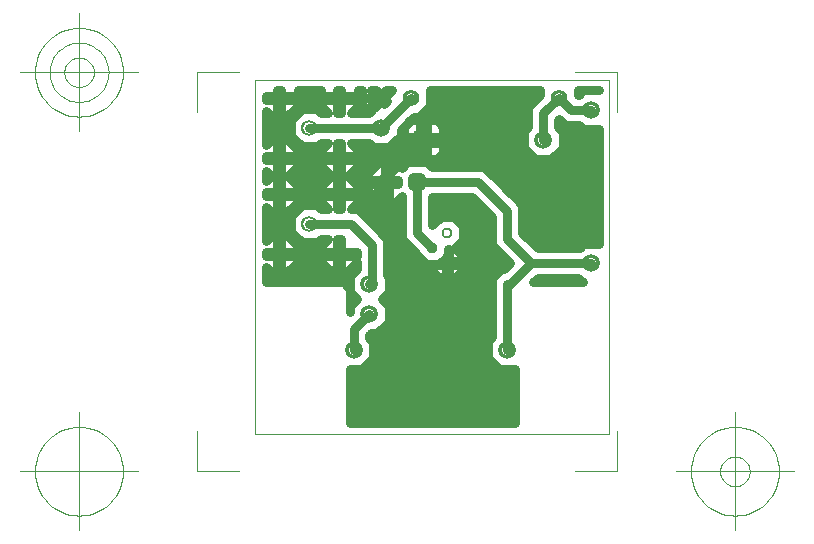
<source format=gbr>
G04 Generated by Ultiboard 10.0 *
%FSLAX25Y25*%
%MOIN*%

%ADD25C,0.03000*%
%ADD27C,0.01000*%
%ADD22C,0.00394*%
%ADD23C,0.00004*%
%ADD41C,0.05337X0.03937*%
%ADD34C,0.05512X0.03150*%
%ADD37R,0.05906X0.05906X0.03543*%
%ADD36C,0.05906X0.03543*%
%ADD44C,0.03762X0.02362*%
%ADD29C,0.06334X0.03500*%
%ADD38R,0.02083X0.02083X0.03917*%
%ADD18C,0.03917*%


G04 ColorRGB 0000FF for the following layer *
%LNCopper Bottom*%
%LPD*%
%FSLAX25Y25*%
%MOIN*%
G54D25*
X62453Y102403D02*
X60403Y104453D01*
X60403Y104453D02*
X57101Y104453D01*
X57101Y104453D02*
X57101Y102403D01*
X57101Y102403D02*
X54899Y102403D01*
X54899Y102403D02*
X54899Y104453D01*
X54899Y104453D02*
X51597Y104453D01*
X51597Y104453D02*
X49547Y102403D01*
X49547Y102403D02*
X49474Y102403D01*
X49474Y102403D02*
X52815Y105744D01*
X52815Y105744D02*
X54591Y105744D01*
X54591Y105744D02*
X58256Y109409D01*
X58256Y109409D02*
X58256Y114500D01*
X58256Y114500D02*
X79500Y114500D01*
X79500Y114500D02*
X79500Y102403D01*
X79500Y102403D02*
X62453Y102403D01*
G36*
X62453Y102403D02*
X60403Y104453D01*
X57101Y104453D01*
X57101Y102403D01*
X54899Y102403D01*
X54899Y104453D01*
X51597Y104453D01*
X49547Y102403D01*
X49474Y102403D01*
X52815Y105744D01*
X54591Y105744D01*
X58256Y109409D01*
X58256Y114500D01*
X79500Y114500D01*
X79500Y102403D01*
X62453Y102403D01*
G37*
X62453Y102403D02*
X60403Y104453D01*
X60403Y104453D02*
X57101Y104453D01*
X57101Y104453D02*
X57101Y102403D01*
X57101Y102403D02*
X54899Y102403D01*
X54899Y102403D02*
X54899Y104453D01*
X54899Y104453D02*
X51597Y104453D01*
X51597Y104453D02*
X49547Y102403D01*
X49547Y102403D02*
X49474Y102403D01*
X49474Y102403D02*
X52815Y105744D01*
X52815Y105744D02*
X54591Y105744D01*
X54591Y105744D02*
X58256Y109409D01*
X58256Y109409D02*
X58256Y114500D01*
X58256Y114500D02*
X79500Y114500D01*
X79500Y114500D02*
X79500Y102403D01*
X79500Y102403D02*
X62453Y102403D01*
X57101Y102403D02*
X57101Y99101D01*
X57101Y99101D02*
X62453Y99101D01*
X62453Y99101D02*
X62453Y102403D01*
X62453Y102403D02*
X79500Y102403D01*
X79500Y102403D02*
X79500Y93597D01*
X79500Y93597D02*
X62453Y93597D01*
X62453Y93597D02*
X62453Y96899D01*
X62453Y96899D02*
X57101Y96899D01*
X57101Y96899D02*
X57101Y93597D01*
X57101Y93597D02*
X54899Y93597D01*
X54899Y93597D02*
X54899Y96899D01*
X54899Y96899D02*
X49547Y96899D01*
X49547Y96899D02*
X49547Y93597D01*
X49547Y93597D02*
X47035Y93597D01*
X47035Y93597D02*
X47035Y97910D01*
X47035Y97910D02*
X48453Y99327D01*
X48453Y99327D02*
X48453Y101382D01*
X48453Y101382D02*
X49474Y102403D01*
X49474Y102403D02*
X49547Y102403D01*
X49547Y102403D02*
X49547Y99101D01*
X49547Y99101D02*
X54899Y99101D01*
X54899Y99101D02*
X54899Y102403D01*
X54899Y102403D02*
X57101Y102403D01*
G36*
X57101Y102403D02*
X57101Y99101D01*
X62453Y99101D01*
X62453Y102403D01*
X79500Y102403D01*
X79500Y93597D01*
X62453Y93597D01*
X62453Y96899D01*
X57101Y96899D01*
X57101Y93597D01*
X54899Y93597D01*
X54899Y96899D01*
X49547Y96899D01*
X49547Y93597D01*
X47035Y93597D01*
X47035Y97910D01*
X48453Y99327D01*
X48453Y101382D01*
X49474Y102403D01*
X49547Y102403D01*
X49547Y99101D01*
X54899Y99101D01*
X54899Y102403D01*
X57101Y102403D01*
G37*
X57101Y102403D02*
X57101Y99101D01*
X57101Y99101D02*
X62453Y99101D01*
X62453Y99101D02*
X62453Y102403D01*
X62453Y102403D02*
X79500Y102403D01*
X79500Y102403D02*
X79500Y93597D01*
X79500Y93597D02*
X62453Y93597D01*
X62453Y93597D02*
X62453Y96899D01*
X62453Y96899D02*
X57101Y96899D01*
X57101Y96899D02*
X57101Y93597D01*
X57101Y93597D02*
X54899Y93597D01*
X54899Y93597D02*
X54899Y96899D01*
X54899Y96899D02*
X49547Y96899D01*
X49547Y96899D02*
X49547Y93597D01*
X49547Y93597D02*
X47035Y93597D01*
X47035Y93597D02*
X47035Y97910D01*
X47035Y97910D02*
X48453Y99327D01*
X48453Y99327D02*
X48453Y101382D01*
X48453Y101382D02*
X49474Y102403D01*
X49474Y102403D02*
X49547Y102403D01*
X49547Y102403D02*
X49547Y99101D01*
X49547Y99101D02*
X54899Y99101D01*
X54899Y99101D02*
X54899Y102403D01*
X54899Y102403D02*
X57101Y102403D01*
X49547Y93597D02*
X51597Y91547D01*
X51597Y91547D02*
X54899Y91547D01*
X54899Y91547D02*
X54899Y93597D01*
X54899Y93597D02*
X57101Y93597D01*
X57101Y93597D02*
X57101Y91547D01*
X57101Y91547D02*
X60403Y91547D01*
X60403Y91547D02*
X62453Y93597D01*
X62453Y93597D02*
X79500Y93597D01*
X79500Y93597D02*
X79500Y85821D01*
X79500Y85821D02*
X79250Y86071D01*
X79250Y86071D02*
X79250Y86071D01*
X79250Y86071D02*
X76321Y89000D01*
X76321Y89000D02*
X58802Y89000D01*
X58802Y89000D02*
X57302Y90500D01*
X57302Y90500D02*
X50698Y90500D01*
X50698Y90500D02*
X48813Y88616D01*
X48813Y88616D02*
X47035Y90393D01*
X47035Y90393D02*
X47035Y93597D01*
X47035Y93597D02*
X49547Y93597D01*
G36*
X49547Y93597D02*
X51597Y91547D01*
X54899Y91547D01*
X54899Y93597D01*
X57101Y93597D01*
X57101Y91547D01*
X60403Y91547D01*
X62453Y93597D01*
X79500Y93597D01*
X79500Y85821D01*
X79250Y86071D01*
X79250Y86071D01*
X76321Y89000D01*
X58802Y89000D01*
X57302Y90500D01*
X50698Y90500D01*
X48813Y88616D01*
X47035Y90393D01*
X47035Y93597D01*
X49547Y93597D01*
G37*
X49547Y93597D02*
X51597Y91547D01*
X51597Y91547D02*
X54899Y91547D01*
X54899Y91547D02*
X54899Y93597D01*
X54899Y93597D02*
X57101Y93597D01*
X57101Y93597D02*
X57101Y91547D01*
X57101Y91547D02*
X60403Y91547D01*
X60403Y91547D02*
X62453Y93597D01*
X62453Y93597D02*
X79500Y93597D01*
X79500Y93597D02*
X79500Y85821D01*
X79500Y85821D02*
X79250Y86071D01*
X79250Y86071D02*
X79250Y86071D01*
X79250Y86071D02*
X76321Y89000D01*
X76321Y89000D02*
X58802Y89000D01*
X58802Y89000D02*
X57302Y90500D01*
X57302Y90500D02*
X50698Y90500D01*
X50698Y90500D02*
X48813Y88616D01*
X48813Y88616D02*
X47035Y90393D01*
X47035Y90393D02*
X47035Y93597D01*
X47035Y93597D02*
X49547Y93597D01*
X64000Y72381D02*
X61771Y72381D01*
X61771Y72381D02*
X59000Y69610D01*
X59000Y69610D02*
X59000Y79000D01*
X59000Y79000D02*
X64000Y79000D01*
X64000Y79000D02*
X64000Y72381D01*
G36*
X64000Y72381D02*
X61771Y72381D01*
X59000Y69610D01*
X59000Y79000D01*
X64000Y79000D01*
X64000Y72381D01*
G37*
X64000Y72381D02*
X61771Y72381D01*
X61771Y72381D02*
X59000Y69610D01*
X59000Y69610D02*
X59000Y79000D01*
X59000Y79000D02*
X64000Y79000D01*
X64000Y79000D02*
X64000Y72381D01*
X62167Y57557D02*
X63443Y57557D01*
X63443Y57557D02*
X63443Y58833D01*
X63443Y58833D02*
X63839Y59229D01*
X63839Y59229D02*
X64000Y59229D01*
X64000Y59229D02*
X64000Y54771D01*
X64000Y54771D02*
X63443Y54771D01*
X63443Y54771D02*
X63443Y56443D01*
X63443Y56443D02*
X58619Y56443D01*
X58619Y56443D02*
X58619Y54771D01*
X58619Y54771D02*
X44000Y54771D01*
X44000Y54771D02*
X44000Y59229D01*
X44000Y59229D02*
X54161Y59229D01*
X54161Y59229D02*
X56771Y56619D01*
X56771Y56619D02*
X61229Y56619D01*
X61229Y56619D02*
X62167Y57557D01*
G36*
X62167Y57557D02*
X63443Y57557D01*
X63443Y58833D01*
X63839Y59229D01*
X64000Y59229D01*
X64000Y54771D01*
X63443Y54771D01*
X63443Y56443D01*
X58619Y56443D01*
X58619Y54771D01*
X44000Y54771D01*
X44000Y59229D01*
X54161Y59229D01*
X56771Y56619D01*
X61229Y56619D01*
X62167Y57557D01*
G37*
X62167Y57557D02*
X63443Y57557D01*
X63443Y57557D02*
X63443Y58833D01*
X63443Y58833D02*
X63839Y59229D01*
X63839Y59229D02*
X64000Y59229D01*
X64000Y59229D02*
X64000Y54771D01*
X64000Y54771D02*
X63443Y54771D01*
X63443Y54771D02*
X63443Y56443D01*
X63443Y56443D02*
X58619Y56443D01*
X58619Y56443D02*
X58619Y54771D01*
X58619Y54771D02*
X44000Y54771D01*
X44000Y54771D02*
X44000Y59229D01*
X44000Y59229D02*
X54161Y59229D01*
X54161Y59229D02*
X56771Y56619D01*
X56771Y56619D02*
X61229Y56619D01*
X61229Y56619D02*
X62167Y57557D01*
X58619Y54771D02*
X61771Y51619D01*
X61771Y51619D02*
X63443Y51619D01*
X63443Y51619D02*
X63443Y54771D01*
X63443Y54771D02*
X64000Y54771D01*
X64000Y54771D02*
X64000Y38500D01*
X64000Y38500D02*
X44453Y38500D01*
X44453Y38500D02*
X44453Y42673D01*
X44453Y42673D02*
X42204Y44921D01*
X42204Y44921D02*
X44453Y47170D01*
X44453Y47170D02*
X44453Y52515D01*
X44453Y52515D02*
X44000Y52968D01*
X44000Y52968D02*
X44000Y54771D01*
X44000Y54771D02*
X58619Y54771D01*
G36*
X58619Y54771D02*
X61771Y51619D01*
X63443Y51619D01*
X63443Y54771D01*
X64000Y54771D01*
X64000Y38500D01*
X44453Y38500D01*
X44453Y42673D01*
X42204Y44921D01*
X44453Y47170D01*
X44453Y52515D01*
X44000Y52968D01*
X44000Y54771D01*
X58619Y54771D01*
G37*
X58619Y54771D02*
X61771Y51619D01*
X61771Y51619D02*
X63443Y51619D01*
X63443Y51619D02*
X63443Y54771D01*
X63443Y54771D02*
X64000Y54771D01*
X64000Y54771D02*
X64000Y38500D01*
X64000Y38500D02*
X44453Y38500D01*
X44453Y38500D02*
X44453Y42673D01*
X44453Y42673D02*
X42204Y44921D01*
X42204Y44921D02*
X44453Y47170D01*
X44453Y47170D02*
X44453Y52515D01*
X44453Y52515D02*
X44000Y52968D01*
X44000Y52968D02*
X44000Y54771D01*
X44000Y54771D02*
X58619Y54771D01*
X64557Y61619D02*
X64557Y59229D01*
X64557Y59229D02*
X64000Y59229D01*
X64000Y59229D02*
X64000Y59390D01*
X64000Y59390D02*
X64381Y59771D01*
X64381Y59771D02*
X64381Y61619D01*
X64381Y61619D02*
X64557Y61619D01*
G36*
X64557Y61619D02*
X64557Y59229D01*
X64000Y59229D01*
X64000Y59390D01*
X64381Y59771D01*
X64381Y61619D01*
X64557Y61619D01*
G37*
X64557Y61619D02*
X64557Y59229D01*
X64557Y59229D02*
X64000Y59229D01*
X64000Y59229D02*
X64000Y59390D01*
X64000Y59390D02*
X64381Y59771D01*
X64381Y59771D02*
X64381Y61619D01*
X64381Y61619D02*
X64557Y61619D01*
X64557Y59229D02*
X64557Y57557D01*
X64557Y57557D02*
X69381Y57557D01*
X69381Y57557D02*
X69381Y59229D01*
X69381Y59229D02*
X79500Y59229D01*
X79500Y59229D02*
X79500Y54771D01*
X79500Y54771D02*
X69381Y54771D01*
X69381Y54771D02*
X69381Y56443D01*
X69381Y56443D02*
X64557Y56443D01*
X64557Y56443D02*
X64557Y54771D01*
X64557Y54771D02*
X64000Y54771D01*
X64000Y54771D02*
X64000Y59229D01*
X64000Y59229D02*
X64557Y59229D01*
G36*
X64557Y59229D02*
X64557Y57557D01*
X69381Y57557D01*
X69381Y59229D01*
X79500Y59229D01*
X79500Y54771D01*
X69381Y54771D01*
X69381Y56443D01*
X64557Y56443D01*
X64557Y54771D01*
X64000Y54771D01*
X64000Y59229D01*
X64557Y59229D01*
G37*
X64557Y59229D02*
X64557Y57557D01*
X64557Y57557D02*
X69381Y57557D01*
X69381Y57557D02*
X69381Y59229D01*
X69381Y59229D02*
X79500Y59229D01*
X79500Y59229D02*
X79500Y54771D01*
X79500Y54771D02*
X69381Y54771D01*
X69381Y54771D02*
X69381Y56443D01*
X69381Y56443D02*
X64557Y56443D01*
X64557Y56443D02*
X64557Y54771D01*
X64557Y54771D02*
X64000Y54771D01*
X64000Y54771D02*
X64000Y59229D01*
X64000Y59229D02*
X64557Y59229D01*
X64557Y54771D02*
X64557Y51619D01*
X64557Y51619D02*
X66229Y51619D01*
X66229Y51619D02*
X69381Y54771D01*
X69381Y54771D02*
X79500Y54771D01*
X79500Y54771D02*
X79500Y52571D01*
X79500Y52571D02*
X79000Y52071D01*
X79000Y52071D02*
X79000Y38500D01*
X79000Y38500D02*
X64000Y38500D01*
X64000Y38500D02*
X64000Y54771D01*
X64000Y54771D02*
X64557Y54771D01*
G36*
X64557Y54771D02*
X64557Y51619D01*
X66229Y51619D01*
X69381Y54771D01*
X79500Y54771D01*
X79500Y52571D01*
X79000Y52071D01*
X79000Y38500D01*
X64000Y38500D01*
X64000Y54771D01*
X64557Y54771D01*
G37*
X64557Y54771D02*
X64557Y51619D01*
X64557Y51619D02*
X66229Y51619D01*
X66229Y51619D02*
X69381Y54771D01*
X69381Y54771D02*
X79500Y54771D01*
X79500Y54771D02*
X79500Y52571D01*
X79500Y52571D02*
X79000Y52071D01*
X79000Y52071D02*
X79000Y38500D01*
X79000Y38500D02*
X64000Y38500D01*
X64000Y38500D02*
X64000Y54771D01*
X64000Y54771D02*
X64557Y54771D01*
X63839Y59229D02*
X64000Y59390D01*
X64000Y59390D02*
X64000Y59229D01*
X64000Y59229D02*
X63839Y59229D01*
G36*
X63839Y59229D02*
X64000Y59390D01*
X64000Y59229D01*
X63839Y59229D01*
G37*
X63839Y59229D02*
X64000Y59390D01*
X64000Y59390D02*
X64000Y59229D01*
X64000Y59229D02*
X63839Y59229D01*
X69381Y59229D02*
X66610Y62000D01*
X66610Y62000D02*
X69381Y64771D01*
X69381Y64771D02*
X69381Y69229D01*
X69381Y69229D02*
X66229Y72381D01*
X66229Y72381D02*
X64000Y72381D01*
X64000Y72381D02*
X64000Y79000D01*
X64000Y79000D02*
X72179Y79000D01*
X72179Y79000D02*
X78250Y72929D01*
X78250Y72929D02*
X78250Y72929D01*
X78250Y72929D02*
X79000Y72179D01*
X79000Y72179D02*
X79000Y62929D01*
X79000Y62929D02*
X79500Y62429D01*
X79500Y62429D02*
X79500Y59229D01*
X79500Y59229D02*
X69381Y59229D01*
G36*
X69381Y59229D02*
X66610Y62000D01*
X69381Y64771D01*
X69381Y69229D01*
X66229Y72381D01*
X64000Y72381D01*
X64000Y79000D01*
X72179Y79000D01*
X78250Y72929D01*
X78250Y72929D01*
X79000Y72179D01*
X79000Y62929D01*
X79500Y62429D01*
X79500Y59229D01*
X69381Y59229D01*
G37*
X69381Y59229D02*
X66610Y62000D01*
X66610Y62000D02*
X69381Y64771D01*
X69381Y64771D02*
X69381Y69229D01*
X69381Y69229D02*
X66229Y72381D01*
X66229Y72381D02*
X64000Y72381D01*
X64000Y72381D02*
X64000Y79000D01*
X64000Y79000D02*
X72179Y79000D01*
X72179Y79000D02*
X78250Y72929D01*
X78250Y72929D02*
X78250Y72929D01*
X78250Y72929D02*
X79000Y72179D01*
X79000Y72179D02*
X79000Y62929D01*
X79000Y62929D02*
X79500Y62429D01*
X79500Y62429D02*
X79500Y59229D01*
X79500Y59229D02*
X69381Y59229D01*
X38500Y24556D02*
X39272Y25327D01*
X39272Y25327D02*
X39272Y30673D01*
X39272Y30673D02*
X38500Y31444D01*
X38500Y31444D02*
X38500Y33429D01*
X38500Y33429D02*
X38618Y33547D01*
X38618Y33547D02*
X40673Y33547D01*
X40673Y33547D02*
X44453Y37327D01*
X44453Y37327D02*
X44453Y38500D01*
X44453Y38500D02*
X79000Y38500D01*
X79000Y38500D02*
X79000Y32126D01*
X79000Y32126D02*
X77547Y30673D01*
X77547Y30673D02*
X77547Y25327D01*
X77547Y25327D02*
X79500Y23374D01*
X79500Y23374D02*
X79500Y3500D01*
X79500Y3500D02*
X38500Y3500D01*
X38500Y3500D02*
X38500Y24556D01*
G36*
X38500Y24556D02*
X39272Y25327D01*
X39272Y30673D01*
X38500Y31444D01*
X38500Y33429D01*
X38618Y33547D01*
X40673Y33547D01*
X44453Y37327D01*
X44453Y38500D01*
X79000Y38500D01*
X79000Y32126D01*
X77547Y30673D01*
X77547Y25327D01*
X79500Y23374D01*
X79500Y3500D01*
X38500Y3500D01*
X38500Y24556D01*
G37*
X38500Y24556D02*
X39272Y25327D01*
X39272Y25327D02*
X39272Y30673D01*
X39272Y30673D02*
X38500Y31444D01*
X38500Y31444D02*
X38500Y33429D01*
X38500Y33429D02*
X38618Y33547D01*
X38618Y33547D02*
X40673Y33547D01*
X40673Y33547D02*
X44453Y37327D01*
X44453Y37327D02*
X44453Y38500D01*
X44453Y38500D02*
X79000Y38500D01*
X79000Y38500D02*
X79000Y32126D01*
X79000Y32126D02*
X77547Y30673D01*
X77547Y30673D02*
X77547Y25327D01*
X77547Y25327D02*
X79500Y23374D01*
X79500Y23374D02*
X79500Y3500D01*
X79500Y3500D02*
X38500Y3500D01*
X38500Y3500D02*
X38500Y24556D01*
X3500Y60639D02*
X5445Y60639D01*
X5445Y60639D02*
X5445Y59361D01*
X5445Y59361D02*
X3500Y59361D01*
X3500Y59361D02*
X3500Y60639D01*
G36*
X3500Y60639D02*
X5445Y60639D01*
X5445Y59361D01*
X3500Y59361D01*
X3500Y60639D01*
G37*
X3500Y60639D02*
X5445Y60639D01*
X5445Y60639D02*
X5445Y59361D01*
X5445Y59361D02*
X3500Y59361D01*
X3500Y59361D02*
X3500Y60639D01*
X10555Y66169D02*
X8639Y66169D01*
X8639Y66169D02*
X8639Y60639D01*
X8639Y60639D02*
X10555Y60639D01*
X10555Y60639D02*
X10555Y59361D01*
X10555Y59361D02*
X8639Y59361D01*
X8639Y59361D02*
X8639Y53831D01*
X8639Y53831D02*
X10555Y53831D01*
X10555Y53831D02*
X10555Y50500D01*
X10555Y50500D02*
X5445Y50500D01*
X5445Y50500D02*
X5445Y53831D01*
X5445Y53831D02*
X7361Y53831D01*
X7361Y53831D02*
X7361Y59361D01*
X7361Y59361D02*
X5445Y59361D01*
X5445Y59361D02*
X5445Y60639D01*
X5445Y60639D02*
X7361Y60639D01*
X7361Y60639D02*
X7361Y66169D01*
X7361Y66169D02*
X5445Y66169D01*
X5445Y66169D02*
X5445Y73831D01*
X5445Y73831D02*
X7361Y73831D01*
X7361Y73831D02*
X7361Y79361D01*
X7361Y79361D02*
X5445Y79361D01*
X5445Y79361D02*
X5445Y79500D01*
X5445Y79500D02*
X10555Y79500D01*
X10555Y79500D02*
X10555Y79361D01*
X10555Y79361D02*
X8639Y79361D01*
X8639Y79361D02*
X8639Y73831D01*
X8639Y73831D02*
X10555Y73831D01*
X10555Y73831D02*
X10555Y66169D01*
G36*
X10555Y66169D02*
X8639Y66169D01*
X8639Y60639D01*
X10555Y60639D01*
X10555Y59361D01*
X8639Y59361D01*
X8639Y53831D01*
X10555Y53831D01*
X10555Y50500D01*
X5445Y50500D01*
X5445Y53831D01*
X7361Y53831D01*
X7361Y59361D01*
X5445Y59361D01*
X5445Y60639D01*
X7361Y60639D01*
X7361Y66169D01*
X5445Y66169D01*
X5445Y73831D01*
X7361Y73831D01*
X7361Y79361D01*
X5445Y79361D01*
X5445Y79500D01*
X10555Y79500D01*
X10555Y79361D01*
X8639Y79361D01*
X8639Y73831D01*
X10555Y73831D01*
X10555Y66169D01*
G37*
X10555Y66169D02*
X8639Y66169D01*
X8639Y66169D02*
X8639Y60639D01*
X8639Y60639D02*
X10555Y60639D01*
X10555Y60639D02*
X10555Y59361D01*
X10555Y59361D02*
X8639Y59361D01*
X8639Y59361D02*
X8639Y53831D01*
X8639Y53831D02*
X10555Y53831D01*
X10555Y53831D02*
X10555Y50500D01*
X10555Y50500D02*
X5445Y50500D01*
X5445Y50500D02*
X5445Y53831D01*
X5445Y53831D02*
X7361Y53831D01*
X7361Y53831D02*
X7361Y59361D01*
X7361Y59361D02*
X5445Y59361D01*
X5445Y59361D02*
X5445Y60639D01*
X5445Y60639D02*
X7361Y60639D01*
X7361Y60639D02*
X7361Y66169D01*
X7361Y66169D02*
X5445Y66169D01*
X5445Y66169D02*
X5445Y73831D01*
X5445Y73831D02*
X7361Y73831D01*
X7361Y73831D02*
X7361Y79361D01*
X7361Y79361D02*
X5445Y79361D01*
X5445Y79361D02*
X5445Y79500D01*
X5445Y79500D02*
X10555Y79500D01*
X10555Y79500D02*
X10555Y79361D01*
X10555Y79361D02*
X8639Y79361D01*
X8639Y79361D02*
X8639Y73831D01*
X8639Y73831D02*
X10555Y73831D01*
X10555Y73831D02*
X10555Y66169D01*
X10555Y60639D02*
X14169Y60639D01*
X14169Y60639D02*
X14169Y62555D01*
X14169Y62555D02*
X10555Y66169D01*
X10555Y66169D02*
X10555Y73831D01*
X10555Y73831D02*
X14169Y77445D01*
X14169Y77445D02*
X14169Y79361D01*
X14169Y79361D02*
X10555Y79361D01*
X10555Y79361D02*
X10555Y79500D01*
X10555Y79500D02*
X15929Y79500D01*
X15929Y79500D02*
X15929Y76169D01*
X15929Y76169D02*
X15445Y76169D01*
X15445Y76169D02*
X11831Y72555D01*
X11831Y72555D02*
X11831Y67445D01*
X11831Y67445D02*
X15445Y63831D01*
X15445Y63831D02*
X15929Y63831D01*
X15929Y63831D02*
X15929Y50500D01*
X15929Y50500D02*
X10555Y50500D01*
X10555Y50500D02*
X10555Y53831D01*
X10555Y53831D02*
X14169Y57445D01*
X14169Y57445D02*
X14169Y59361D01*
X14169Y59361D02*
X10555Y59361D01*
X10555Y59361D02*
X10555Y60639D01*
G36*
X10555Y60639D02*
X14169Y60639D01*
X14169Y62555D01*
X10555Y66169D01*
X10555Y73831D01*
X14169Y77445D01*
X14169Y79361D01*
X10555Y79361D01*
X10555Y79500D01*
X15929Y79500D01*
X15929Y76169D01*
X15445Y76169D01*
X11831Y72555D01*
X11831Y67445D01*
X15445Y63831D01*
X15929Y63831D01*
X15929Y50500D01*
X10555Y50500D01*
X10555Y53831D01*
X14169Y57445D01*
X14169Y59361D01*
X10555Y59361D01*
X10555Y60639D01*
G37*
X10555Y60639D02*
X14169Y60639D01*
X14169Y60639D02*
X14169Y62555D01*
X14169Y62555D02*
X10555Y66169D01*
X10555Y66169D02*
X10555Y73831D01*
X10555Y73831D02*
X14169Y77445D01*
X14169Y77445D02*
X14169Y79361D01*
X14169Y79361D02*
X10555Y79361D01*
X10555Y79361D02*
X10555Y79500D01*
X10555Y79500D02*
X15929Y79500D01*
X15929Y79500D02*
X15929Y76169D01*
X15929Y76169D02*
X15445Y76169D01*
X15445Y76169D02*
X11831Y72555D01*
X11831Y72555D02*
X11831Y67445D01*
X11831Y67445D02*
X15445Y63831D01*
X15445Y63831D02*
X15929Y63831D01*
X15929Y63831D02*
X15929Y50500D01*
X15929Y50500D02*
X10555Y50500D01*
X10555Y50500D02*
X10555Y53831D01*
X10555Y53831D02*
X14169Y57445D01*
X14169Y57445D02*
X14169Y59361D01*
X14169Y59361D02*
X10555Y59361D01*
X10555Y59361D02*
X10555Y60639D01*
X28639Y65000D02*
X28639Y60639D01*
X28639Y60639D02*
X30555Y60639D01*
X30555Y60639D02*
X30555Y59361D01*
X30555Y59361D02*
X28639Y59361D01*
X28639Y59361D02*
X28639Y53831D01*
X28639Y53831D02*
X30555Y53831D01*
X30555Y53831D02*
X30555Y49395D01*
X30555Y49395D02*
X29450Y50500D01*
X29450Y50500D02*
X25445Y50500D01*
X25445Y50500D02*
X25445Y53831D01*
X25445Y53831D02*
X27361Y53831D01*
X27361Y53831D02*
X27361Y59361D01*
X27361Y59361D02*
X25445Y59361D01*
X25445Y59361D02*
X25445Y60639D01*
X25445Y60639D02*
X27361Y60639D01*
X27361Y60639D02*
X27361Y65000D01*
X27361Y65000D02*
X28639Y65000D01*
G36*
X28639Y65000D02*
X28639Y60639D01*
X30555Y60639D01*
X30555Y59361D01*
X28639Y59361D01*
X28639Y53831D01*
X30555Y53831D01*
X30555Y49395D01*
X29450Y50500D01*
X25445Y50500D01*
X25445Y53831D01*
X27361Y53831D01*
X27361Y59361D01*
X25445Y59361D01*
X25445Y60639D01*
X27361Y60639D01*
X27361Y65000D01*
X28639Y65000D01*
G37*
X28639Y65000D02*
X28639Y60639D01*
X28639Y60639D02*
X30555Y60639D01*
X30555Y60639D02*
X30555Y59361D01*
X30555Y59361D02*
X28639Y59361D01*
X28639Y59361D02*
X28639Y53831D01*
X28639Y53831D02*
X30555Y53831D01*
X30555Y53831D02*
X30555Y49395D01*
X30555Y49395D02*
X29450Y50500D01*
X29450Y50500D02*
X25445Y50500D01*
X25445Y50500D02*
X25445Y53831D01*
X25445Y53831D02*
X27361Y53831D01*
X27361Y53831D02*
X27361Y59361D01*
X27361Y59361D02*
X25445Y59361D01*
X25445Y59361D02*
X25445Y60639D01*
X25445Y60639D02*
X27361Y60639D01*
X27361Y60639D02*
X27361Y65000D01*
X27361Y65000D02*
X28639Y65000D01*
X24276Y65000D02*
X21831Y62555D01*
X21831Y62555D02*
X21831Y60639D01*
X21831Y60639D02*
X25445Y60639D01*
X25445Y60639D02*
X25445Y59361D01*
X25445Y59361D02*
X21831Y59361D01*
X21831Y59361D02*
X21831Y57445D01*
X21831Y57445D02*
X25445Y53831D01*
X25445Y53831D02*
X25445Y50500D01*
X25445Y50500D02*
X15929Y50500D01*
X15929Y50500D02*
X15929Y63831D01*
X15929Y63831D02*
X20555Y63831D01*
X20555Y63831D02*
X21724Y65000D01*
X21724Y65000D02*
X24276Y65000D01*
G36*
X24276Y65000D02*
X21831Y62555D01*
X21831Y60639D01*
X25445Y60639D01*
X25445Y59361D01*
X21831Y59361D01*
X21831Y57445D01*
X25445Y53831D01*
X25445Y50500D01*
X15929Y50500D01*
X15929Y63831D01*
X20555Y63831D01*
X21724Y65000D01*
X24276Y65000D01*
G37*
X24276Y65000D02*
X21831Y62555D01*
X21831Y62555D02*
X21831Y60639D01*
X21831Y60639D02*
X25445Y60639D01*
X25445Y60639D02*
X25445Y59361D01*
X25445Y59361D02*
X21831Y59361D01*
X21831Y59361D02*
X21831Y57445D01*
X21831Y57445D02*
X25445Y53831D01*
X25445Y53831D02*
X25445Y50500D01*
X25445Y50500D02*
X15929Y50500D01*
X15929Y50500D02*
X15929Y63831D01*
X15929Y63831D02*
X20555Y63831D01*
X20555Y63831D02*
X21724Y65000D01*
X21724Y65000D02*
X24276Y65000D01*
X5445Y66169D02*
X3500Y64224D01*
X3500Y64224D02*
X3500Y75776D01*
X3500Y75776D02*
X5445Y73831D01*
X5445Y73831D02*
X5445Y66169D01*
G36*
X5445Y66169D02*
X3500Y64224D01*
X3500Y75776D01*
X5445Y73831D01*
X5445Y66169D01*
G37*
X5445Y66169D02*
X3500Y64224D01*
X3500Y64224D02*
X3500Y75776D01*
X3500Y75776D02*
X5445Y73831D01*
X5445Y73831D02*
X5445Y66169D01*
X30555Y60639D02*
X34000Y60639D01*
X34000Y60639D02*
X34000Y59361D01*
X34000Y59361D02*
X30555Y59361D01*
X30555Y59361D02*
X30555Y60639D01*
G36*
X30555Y60639D02*
X34000Y60639D01*
X34000Y59361D01*
X30555Y59361D01*
X30555Y60639D01*
G37*
X30555Y60639D02*
X34000Y60639D01*
X34000Y60639D02*
X34000Y59361D01*
X34000Y59361D02*
X30555Y59361D01*
X30555Y59361D02*
X30555Y60639D01*
X53619Y60310D02*
X53619Y59771D01*
X53619Y59771D02*
X54161Y59229D01*
X54161Y59229D02*
X44000Y59229D01*
X44000Y59229D02*
X44000Y63939D01*
X44000Y63939D02*
X49990Y63939D01*
X49990Y63939D02*
X51929Y62000D01*
X51929Y62000D02*
X51929Y62000D01*
X51929Y62000D02*
X53619Y60310D01*
G36*
X53619Y60310D02*
X53619Y59771D01*
X54161Y59229D01*
X44000Y59229D01*
X44000Y63939D01*
X49990Y63939D01*
X51929Y62000D01*
X51929Y62000D01*
X53619Y60310D01*
G37*
X53619Y60310D02*
X53619Y59771D01*
X53619Y59771D02*
X54161Y59229D01*
X54161Y59229D02*
X44000Y59229D01*
X44000Y59229D02*
X44000Y63939D01*
X44000Y63939D02*
X49990Y63939D01*
X49990Y63939D02*
X51929Y62000D01*
X51929Y62000D02*
X51929Y62000D01*
X51929Y62000D02*
X53619Y60310D01*
X39071Y79500D02*
X41238Y77333D01*
X41238Y77333D02*
X43310Y77333D01*
X43310Y77333D02*
X43310Y79500D01*
X43310Y79500D02*
X44690Y79500D01*
X44690Y79500D02*
X44690Y77333D01*
X44690Y77333D02*
X46762Y77333D01*
X46762Y77333D02*
X48813Y79384D01*
X48813Y79384D02*
X49000Y79198D01*
X49000Y79198D02*
X49000Y64929D01*
X49000Y64929D02*
X49990Y63939D01*
X49990Y63939D02*
X44000Y63939D01*
X44000Y63939D02*
X44000Y65071D01*
X44000Y65071D02*
X38500Y70571D01*
X38500Y70571D02*
X38500Y79500D01*
X38500Y79500D02*
X39071Y79500D01*
G36*
X39071Y79500D02*
X41238Y77333D01*
X43310Y77333D01*
X43310Y79500D01*
X44690Y79500D01*
X44690Y77333D01*
X46762Y77333D01*
X48813Y79384D01*
X49000Y79198D01*
X49000Y64929D01*
X49990Y63939D01*
X44000Y63939D01*
X44000Y65071D01*
X38500Y70571D01*
X38500Y79500D01*
X39071Y79500D01*
G37*
X39071Y79500D02*
X41238Y77333D01*
X41238Y77333D02*
X43310Y77333D01*
X43310Y77333D02*
X43310Y79500D01*
X43310Y79500D02*
X44690Y79500D01*
X44690Y79500D02*
X44690Y77333D01*
X44690Y77333D02*
X46762Y77333D01*
X46762Y77333D02*
X48813Y79384D01*
X48813Y79384D02*
X49000Y79198D01*
X49000Y79198D02*
X49000Y64929D01*
X49000Y64929D02*
X49990Y63939D01*
X49990Y63939D02*
X44000Y63939D01*
X44000Y63939D02*
X44000Y65071D01*
X44000Y65071D02*
X38500Y70571D01*
X38500Y70571D02*
X38500Y79500D01*
X38500Y79500D02*
X39071Y79500D01*
X30555Y53831D02*
X34000Y57276D01*
X34000Y57276D02*
X34000Y54968D01*
X34000Y54968D02*
X31547Y52515D01*
X31547Y52515D02*
X31547Y47170D01*
X31547Y47170D02*
X33796Y44921D01*
X33796Y44921D02*
X31547Y42673D01*
X31547Y42673D02*
X31547Y40618D01*
X31547Y40618D02*
X31500Y40571D01*
X31500Y40571D02*
X31500Y48450D01*
X31500Y48450D02*
X30555Y49395D01*
X30555Y49395D02*
X30555Y53831D01*
G36*
X30555Y53831D02*
X34000Y57276D01*
X34000Y54968D01*
X31547Y52515D01*
X31547Y47170D01*
X33796Y44921D01*
X31547Y42673D01*
X31547Y40618D01*
X31500Y40571D01*
X31500Y48450D01*
X30555Y49395D01*
X30555Y53831D01*
G37*
X30555Y53831D02*
X34000Y57276D01*
X34000Y57276D02*
X34000Y54968D01*
X34000Y54968D02*
X31547Y52515D01*
X31547Y52515D02*
X31547Y47170D01*
X31547Y47170D02*
X33796Y44921D01*
X33796Y44921D02*
X31547Y42673D01*
X31547Y42673D02*
X31547Y40618D01*
X31547Y40618D02*
X31500Y40571D01*
X31500Y40571D02*
X31500Y48450D01*
X31500Y48450D02*
X30555Y49395D01*
X30555Y49395D02*
X30555Y53831D01*
X31500Y21547D02*
X35492Y21547D01*
X35492Y21547D02*
X38500Y24556D01*
X38500Y24556D02*
X38500Y3500D01*
X38500Y3500D02*
X31500Y3500D01*
X31500Y3500D02*
X31500Y21547D01*
G36*
X31500Y21547D02*
X35492Y21547D01*
X38500Y24556D01*
X38500Y3500D01*
X31500Y3500D01*
X31500Y21547D01*
G37*
X31500Y21547D02*
X35492Y21547D01*
X35492Y21547D02*
X38500Y24556D01*
X38500Y24556D02*
X38500Y3500D01*
X38500Y3500D02*
X31500Y3500D01*
X31500Y3500D02*
X31500Y21547D01*
X3500Y55776D02*
X5445Y53831D01*
X5445Y53831D02*
X5445Y50500D01*
X5445Y50500D02*
X3500Y50500D01*
X3500Y50500D02*
X3500Y55776D01*
G36*
X3500Y55776D02*
X5445Y53831D01*
X5445Y50500D01*
X3500Y50500D01*
X3500Y55776D01*
G37*
X3500Y55776D02*
X5445Y53831D01*
X5445Y53831D02*
X5445Y50500D01*
X5445Y50500D02*
X3500Y50500D01*
X3500Y50500D02*
X3500Y55776D01*
X38500Y31444D02*
X38000Y31944D01*
X38000Y31944D02*
X38000Y32929D01*
X38000Y32929D02*
X38500Y33429D01*
X38500Y33429D02*
X38500Y31444D01*
G36*
X38500Y31444D02*
X38000Y31944D01*
X38000Y32929D01*
X38500Y33429D01*
X38500Y31444D01*
G37*
X38500Y31444D02*
X38000Y31944D01*
X38000Y31944D02*
X38000Y32929D01*
X38000Y32929D02*
X38500Y33429D01*
X38500Y33429D02*
X38500Y31444D01*
X28639Y114500D02*
X28639Y112639D01*
X28639Y112639D02*
X30555Y112639D01*
X30555Y112639D02*
X30555Y111361D01*
X30555Y111361D02*
X28639Y111361D01*
X28639Y111361D02*
X28639Y107000D01*
X28639Y107000D02*
X27361Y107000D01*
X27361Y107000D02*
X27361Y111361D01*
X27361Y111361D02*
X25445Y111361D01*
X25445Y111361D02*
X25445Y112639D01*
X25445Y112639D02*
X27361Y112639D01*
X27361Y112639D02*
X27361Y114500D01*
X27361Y114500D02*
X28639Y114500D01*
G36*
X28639Y114500D02*
X28639Y112639D01*
X30555Y112639D01*
X30555Y111361D01*
X28639Y111361D01*
X28639Y107000D01*
X27361Y107000D01*
X27361Y111361D01*
X25445Y111361D01*
X25445Y112639D01*
X27361Y112639D01*
X27361Y114500D01*
X28639Y114500D01*
G37*
X28639Y114500D02*
X28639Y112639D01*
X28639Y112639D02*
X30555Y112639D01*
X30555Y112639D02*
X30555Y111361D01*
X30555Y111361D02*
X28639Y111361D01*
X28639Y111361D02*
X28639Y107000D01*
X28639Y107000D02*
X27361Y107000D01*
X27361Y107000D02*
X27361Y111361D01*
X27361Y111361D02*
X25445Y111361D01*
X25445Y111361D02*
X25445Y112639D01*
X25445Y112639D02*
X27361Y112639D01*
X27361Y112639D02*
X27361Y114500D01*
X27361Y114500D02*
X28639Y114500D01*
X30555Y112639D02*
X34169Y112639D01*
X34169Y112639D02*
X34169Y114500D01*
X34169Y114500D02*
X35547Y114500D01*
X35547Y114500D02*
X35547Y109170D01*
X35547Y109170D02*
X36965Y107752D01*
X36965Y107752D02*
X38500Y109287D01*
X38500Y109287D02*
X38500Y107626D01*
X38500Y107626D02*
X37874Y107000D01*
X37874Y107000D02*
X31724Y107000D01*
X31724Y107000D02*
X34169Y109445D01*
X34169Y109445D02*
X34169Y111361D01*
X34169Y111361D02*
X30555Y111361D01*
X30555Y111361D02*
X30555Y112639D01*
G36*
X30555Y112639D02*
X34169Y112639D01*
X34169Y114500D01*
X35547Y114500D01*
X35547Y109170D01*
X36965Y107752D01*
X38500Y109287D01*
X38500Y107626D01*
X37874Y107000D01*
X31724Y107000D01*
X34169Y109445D01*
X34169Y111361D01*
X30555Y111361D01*
X30555Y112639D01*
G37*
X30555Y112639D02*
X34169Y112639D01*
X34169Y112639D02*
X34169Y114500D01*
X34169Y114500D02*
X35547Y114500D01*
X35547Y114500D02*
X35547Y109170D01*
X35547Y109170D02*
X36965Y107752D01*
X36965Y107752D02*
X38500Y109287D01*
X38500Y109287D02*
X38500Y107626D01*
X38500Y107626D02*
X37874Y107000D01*
X37874Y107000D02*
X31724Y107000D01*
X31724Y107000D02*
X34169Y109445D01*
X34169Y109445D02*
X34169Y111361D01*
X34169Y111361D02*
X30555Y111361D01*
X30555Y111361D02*
X30555Y112639D01*
X28639Y97000D02*
X28639Y92639D01*
X28639Y92639D02*
X30555Y92639D01*
X30555Y92639D02*
X30555Y91361D01*
X30555Y91361D02*
X28639Y91361D01*
X28639Y91361D02*
X28639Y89445D01*
X28639Y89445D02*
X27361Y89445D01*
X27361Y89445D02*
X27361Y91361D01*
X27361Y91361D02*
X25445Y91361D01*
X25445Y91361D02*
X25445Y92639D01*
X25445Y92639D02*
X27361Y92639D01*
X27361Y92639D02*
X27361Y97000D01*
X27361Y97000D02*
X28639Y97000D01*
G36*
X28639Y97000D02*
X28639Y92639D01*
X30555Y92639D01*
X30555Y91361D01*
X28639Y91361D01*
X28639Y89445D01*
X27361Y89445D01*
X27361Y91361D01*
X25445Y91361D01*
X25445Y92639D01*
X27361Y92639D01*
X27361Y97000D01*
X28639Y97000D01*
G37*
X28639Y97000D02*
X28639Y92639D01*
X28639Y92639D02*
X30555Y92639D01*
X30555Y92639D02*
X30555Y91361D01*
X30555Y91361D02*
X28639Y91361D01*
X28639Y91361D02*
X28639Y89445D01*
X28639Y89445D02*
X27361Y89445D01*
X27361Y89445D02*
X27361Y91361D01*
X27361Y91361D02*
X25445Y91361D01*
X25445Y91361D02*
X25445Y92639D01*
X25445Y92639D02*
X27361Y92639D01*
X27361Y92639D02*
X27361Y97000D01*
X27361Y97000D02*
X28639Y97000D01*
X30555Y92639D02*
X34169Y92639D01*
X34169Y92639D02*
X34169Y94555D01*
X34169Y94555D02*
X31724Y97000D01*
X31724Y97000D02*
X37874Y97000D01*
X37874Y97000D02*
X38500Y96374D01*
X38500Y96374D02*
X38500Y89445D01*
X38500Y89445D02*
X34169Y89445D01*
X34169Y89445D02*
X34169Y91361D01*
X34169Y91361D02*
X30555Y91361D01*
X30555Y91361D02*
X30555Y92639D01*
G36*
X30555Y92639D02*
X34169Y92639D01*
X34169Y94555D01*
X31724Y97000D01*
X37874Y97000D01*
X38500Y96374D01*
X38500Y89445D01*
X34169Y89445D01*
X34169Y91361D01*
X30555Y91361D01*
X30555Y92639D01*
G37*
X30555Y92639D02*
X34169Y92639D01*
X34169Y92639D02*
X34169Y94555D01*
X34169Y94555D02*
X31724Y97000D01*
X31724Y97000D02*
X37874Y97000D01*
X37874Y97000D02*
X38500Y96374D01*
X38500Y96374D02*
X38500Y89445D01*
X38500Y89445D02*
X34169Y89445D01*
X34169Y89445D02*
X34169Y91361D01*
X34169Y91361D02*
X30555Y91361D01*
X30555Y91361D02*
X30555Y92639D01*
X28639Y80639D02*
X30555Y80639D01*
X30555Y80639D02*
X30555Y79500D01*
X30555Y79500D02*
X25445Y79500D01*
X25445Y79500D02*
X25445Y80639D01*
X25445Y80639D02*
X27361Y80639D01*
X27361Y80639D02*
X27361Y89445D01*
X27361Y89445D02*
X28639Y89445D01*
X28639Y89445D02*
X28639Y80639D01*
G36*
X28639Y80639D02*
X30555Y80639D01*
X30555Y79500D01*
X25445Y79500D01*
X25445Y80639D01*
X27361Y80639D01*
X27361Y89445D01*
X28639Y89445D01*
X28639Y80639D01*
G37*
X28639Y80639D02*
X30555Y80639D01*
X30555Y80639D02*
X30555Y79500D01*
X30555Y79500D02*
X25445Y79500D01*
X25445Y79500D02*
X25445Y80639D01*
X25445Y80639D02*
X27361Y80639D01*
X27361Y80639D02*
X27361Y89445D01*
X27361Y89445D02*
X28639Y89445D01*
X28639Y89445D02*
X28639Y80639D01*
X30555Y80639D02*
X34169Y80639D01*
X34169Y80639D02*
X34169Y82555D01*
X34169Y82555D02*
X30724Y86000D01*
X30724Y86000D02*
X34169Y89445D01*
X34169Y89445D02*
X38500Y89445D01*
X38500Y89445D02*
X38500Y87929D01*
X38500Y87929D02*
X37333Y86762D01*
X37333Y86762D02*
X37333Y84690D01*
X37333Y84690D02*
X38500Y84690D01*
X38500Y84690D02*
X38500Y83310D01*
X38500Y83310D02*
X37333Y83310D01*
X37333Y83310D02*
X37333Y81238D01*
X37333Y81238D02*
X38500Y80071D01*
X38500Y80071D02*
X38500Y79500D01*
X38500Y79500D02*
X30555Y79500D01*
X30555Y79500D02*
X30555Y80639D01*
G36*
X30555Y80639D02*
X34169Y80639D01*
X34169Y82555D01*
X30724Y86000D01*
X34169Y89445D01*
X38500Y89445D01*
X38500Y87929D01*
X37333Y86762D01*
X37333Y84690D01*
X38500Y84690D01*
X38500Y83310D01*
X37333Y83310D01*
X37333Y81238D01*
X38500Y80071D01*
X38500Y79500D01*
X30555Y79500D01*
X30555Y80639D01*
G37*
X30555Y80639D02*
X34169Y80639D01*
X34169Y80639D02*
X34169Y82555D01*
X34169Y82555D02*
X30724Y86000D01*
X30724Y86000D02*
X34169Y89445D01*
X34169Y89445D02*
X38500Y89445D01*
X38500Y89445D02*
X38500Y87929D01*
X38500Y87929D02*
X37333Y86762D01*
X37333Y86762D02*
X37333Y84690D01*
X37333Y84690D02*
X38500Y84690D01*
X38500Y84690D02*
X38500Y83310D01*
X38500Y83310D02*
X37333Y83310D01*
X37333Y83310D02*
X37333Y81238D01*
X37333Y81238D02*
X38500Y80071D01*
X38500Y80071D02*
X38500Y79500D01*
X38500Y79500D02*
X30555Y79500D01*
X30555Y79500D02*
X30555Y80639D01*
X31724Y75000D02*
X34169Y77445D01*
X34169Y77445D02*
X34169Y79361D01*
X34169Y79361D02*
X30555Y79361D01*
X30555Y79361D02*
X30555Y79500D01*
X30555Y79500D02*
X38500Y79500D01*
X38500Y79500D02*
X38500Y70571D01*
X38500Y70571D02*
X34071Y75000D01*
X34071Y75000D02*
X31724Y75000D01*
G36*
X31724Y75000D02*
X34169Y77445D01*
X34169Y79361D01*
X30555Y79361D01*
X30555Y79500D01*
X38500Y79500D01*
X38500Y70571D01*
X34071Y75000D01*
X31724Y75000D01*
G37*
X31724Y75000D02*
X34169Y77445D01*
X34169Y77445D02*
X34169Y79361D01*
X34169Y79361D02*
X30555Y79361D01*
X30555Y79361D02*
X30555Y79500D01*
X30555Y79500D02*
X38500Y79500D01*
X38500Y79500D02*
X38500Y70571D01*
X38500Y70571D02*
X34071Y75000D01*
X34071Y75000D02*
X31724Y75000D01*
X27361Y75000D02*
X27361Y79361D01*
X27361Y79361D02*
X25445Y79361D01*
X25445Y79361D02*
X25445Y79500D01*
X25445Y79500D02*
X30555Y79500D01*
X30555Y79500D02*
X30555Y79361D01*
X30555Y79361D02*
X28639Y79361D01*
X28639Y79361D02*
X28639Y75000D01*
X28639Y75000D02*
X27361Y75000D01*
G36*
X27361Y75000D02*
X27361Y79361D01*
X25445Y79361D01*
X25445Y79500D01*
X30555Y79500D01*
X30555Y79361D01*
X28639Y79361D01*
X28639Y75000D01*
X27361Y75000D01*
G37*
X27361Y75000D02*
X27361Y79361D01*
X27361Y79361D02*
X25445Y79361D01*
X25445Y79361D02*
X25445Y79500D01*
X25445Y79500D02*
X30555Y79500D01*
X30555Y79500D02*
X30555Y79361D01*
X30555Y79361D02*
X28639Y79361D01*
X28639Y79361D02*
X28639Y75000D01*
X28639Y75000D02*
X27361Y75000D01*
X10555Y98169D02*
X8639Y98169D01*
X8639Y98169D02*
X8639Y94555D01*
X8639Y94555D02*
X7361Y94555D01*
X7361Y94555D02*
X7361Y98169D01*
X7361Y98169D02*
X5445Y98169D01*
X5445Y98169D02*
X3500Y96224D01*
X3500Y96224D02*
X3500Y107776D01*
X3500Y107776D02*
X5445Y105831D01*
X5445Y105831D02*
X7361Y105831D01*
X7361Y105831D02*
X7361Y109445D01*
X7361Y109445D02*
X8639Y109445D01*
X8639Y109445D02*
X8639Y105831D01*
X8639Y105831D02*
X10555Y105831D01*
X10555Y105831D02*
X10555Y98169D01*
G36*
X10555Y98169D02*
X8639Y98169D01*
X8639Y94555D01*
X7361Y94555D01*
X7361Y98169D01*
X5445Y98169D01*
X3500Y96224D01*
X3500Y107776D01*
X5445Y105831D01*
X7361Y105831D01*
X7361Y109445D01*
X8639Y109445D01*
X8639Y105831D01*
X10555Y105831D01*
X10555Y98169D01*
G37*
X10555Y98169D02*
X8639Y98169D01*
X8639Y98169D02*
X8639Y94555D01*
X8639Y94555D02*
X7361Y94555D01*
X7361Y94555D02*
X7361Y98169D01*
X7361Y98169D02*
X5445Y98169D01*
X5445Y98169D02*
X3500Y96224D01*
X3500Y96224D02*
X3500Y107776D01*
X3500Y107776D02*
X5445Y105831D01*
X5445Y105831D02*
X7361Y105831D01*
X7361Y105831D02*
X7361Y109445D01*
X7361Y109445D02*
X8639Y109445D01*
X8639Y109445D02*
X8639Y105831D01*
X8639Y105831D02*
X10555Y105831D01*
X10555Y105831D02*
X10555Y98169D01*
X8639Y94555D02*
X8639Y92639D01*
X8639Y92639D02*
X10555Y92639D01*
X10555Y92639D02*
X10555Y91361D01*
X10555Y91361D02*
X8639Y91361D01*
X8639Y91361D02*
X8639Y89445D01*
X8639Y89445D02*
X7361Y89445D01*
X7361Y89445D02*
X7361Y91361D01*
X7361Y91361D02*
X3500Y91361D01*
X3500Y91361D02*
X3500Y92639D01*
X3500Y92639D02*
X7361Y92639D01*
X7361Y92639D02*
X7361Y94555D01*
X7361Y94555D02*
X8639Y94555D01*
G36*
X8639Y94555D02*
X8639Y92639D01*
X10555Y92639D01*
X10555Y91361D01*
X8639Y91361D01*
X8639Y89445D01*
X7361Y89445D01*
X7361Y91361D01*
X3500Y91361D01*
X3500Y92639D01*
X7361Y92639D01*
X7361Y94555D01*
X8639Y94555D01*
G37*
X8639Y94555D02*
X8639Y92639D01*
X8639Y92639D02*
X10555Y92639D01*
X10555Y92639D02*
X10555Y91361D01*
X10555Y91361D02*
X8639Y91361D01*
X8639Y91361D02*
X8639Y89445D01*
X8639Y89445D02*
X7361Y89445D01*
X7361Y89445D02*
X7361Y91361D01*
X7361Y91361D02*
X3500Y91361D01*
X3500Y91361D02*
X3500Y92639D01*
X3500Y92639D02*
X7361Y92639D01*
X7361Y92639D02*
X7361Y94555D01*
X7361Y94555D02*
X8639Y94555D01*
X24276Y97000D02*
X21831Y94555D01*
X21831Y94555D02*
X21831Y92639D01*
X21831Y92639D02*
X25445Y92639D01*
X25445Y92639D02*
X25445Y91361D01*
X25445Y91361D02*
X21831Y91361D01*
X21831Y91361D02*
X21831Y89445D01*
X21831Y89445D02*
X14169Y89445D01*
X14169Y89445D02*
X14169Y91361D01*
X14169Y91361D02*
X10555Y91361D01*
X10555Y91361D02*
X10555Y92639D01*
X10555Y92639D02*
X14169Y92639D01*
X14169Y92639D02*
X14169Y94555D01*
X14169Y94555D02*
X10555Y98169D01*
X10555Y98169D02*
X10555Y104265D01*
X10555Y104265D02*
X11831Y104265D01*
X11831Y104265D02*
X11831Y99445D01*
X11831Y99445D02*
X15445Y95831D01*
X15445Y95831D02*
X20555Y95831D01*
X20555Y95831D02*
X21724Y97000D01*
X21724Y97000D02*
X24276Y97000D01*
G36*
X24276Y97000D02*
X21831Y94555D01*
X21831Y92639D01*
X25445Y92639D01*
X25445Y91361D01*
X21831Y91361D01*
X21831Y89445D01*
X14169Y89445D01*
X14169Y91361D01*
X10555Y91361D01*
X10555Y92639D01*
X14169Y92639D01*
X14169Y94555D01*
X10555Y98169D01*
X10555Y104265D01*
X11831Y104265D01*
X11831Y99445D01*
X15445Y95831D01*
X20555Y95831D01*
X21724Y97000D01*
X24276Y97000D01*
G37*
X24276Y97000D02*
X21831Y94555D01*
X21831Y94555D02*
X21831Y92639D01*
X21831Y92639D02*
X25445Y92639D01*
X25445Y92639D02*
X25445Y91361D01*
X25445Y91361D02*
X21831Y91361D01*
X21831Y91361D02*
X21831Y89445D01*
X21831Y89445D02*
X14169Y89445D01*
X14169Y89445D02*
X14169Y91361D01*
X14169Y91361D02*
X10555Y91361D01*
X10555Y91361D02*
X10555Y92639D01*
X10555Y92639D02*
X14169Y92639D01*
X14169Y92639D02*
X14169Y94555D01*
X14169Y94555D02*
X10555Y98169D01*
X10555Y98169D02*
X10555Y104265D01*
X10555Y104265D02*
X11831Y104265D01*
X11831Y104265D02*
X11831Y99445D01*
X11831Y99445D02*
X15445Y95831D01*
X15445Y95831D02*
X20555Y95831D01*
X20555Y95831D02*
X21724Y97000D01*
X21724Y97000D02*
X24276Y97000D01*
X25276Y86000D02*
X21831Y82555D01*
X21831Y82555D02*
X21831Y80639D01*
X21831Y80639D02*
X25445Y80639D01*
X25445Y80639D02*
X25445Y79500D01*
X25445Y79500D02*
X10555Y79500D01*
X10555Y79500D02*
X10555Y80639D01*
X10555Y80639D02*
X14169Y80639D01*
X14169Y80639D02*
X14169Y82555D01*
X14169Y82555D02*
X10724Y86000D01*
X10724Y86000D02*
X14169Y89445D01*
X14169Y89445D02*
X21831Y89445D01*
X21831Y89445D02*
X25276Y86000D01*
G36*
X25276Y86000D02*
X21831Y82555D01*
X21831Y80639D01*
X25445Y80639D01*
X25445Y79500D01*
X10555Y79500D01*
X10555Y80639D01*
X14169Y80639D01*
X14169Y82555D01*
X10724Y86000D01*
X14169Y89445D01*
X21831Y89445D01*
X25276Y86000D01*
G37*
X25276Y86000D02*
X21831Y82555D01*
X21831Y82555D02*
X21831Y80639D01*
X21831Y80639D02*
X25445Y80639D01*
X25445Y80639D02*
X25445Y79500D01*
X25445Y79500D02*
X10555Y79500D01*
X10555Y79500D02*
X10555Y80639D01*
X10555Y80639D02*
X14169Y80639D01*
X14169Y80639D02*
X14169Y82555D01*
X14169Y82555D02*
X10724Y86000D01*
X10724Y86000D02*
X14169Y89445D01*
X14169Y89445D02*
X21831Y89445D01*
X21831Y89445D02*
X25276Y86000D01*
X25445Y79361D02*
X21831Y79361D01*
X21831Y79361D02*
X21831Y77445D01*
X21831Y77445D02*
X24276Y75000D01*
X24276Y75000D02*
X21724Y75000D01*
X21724Y75000D02*
X20555Y76169D01*
X20555Y76169D02*
X15929Y76169D01*
X15929Y76169D02*
X15929Y79500D01*
X15929Y79500D02*
X25445Y79500D01*
X25445Y79500D02*
X25445Y79361D01*
G36*
X25445Y79361D02*
X21831Y79361D01*
X21831Y77445D01*
X24276Y75000D01*
X21724Y75000D01*
X20555Y76169D01*
X15929Y76169D01*
X15929Y79500D01*
X25445Y79500D01*
X25445Y79361D01*
G37*
X25445Y79361D02*
X21831Y79361D01*
X21831Y79361D02*
X21831Y77445D01*
X21831Y77445D02*
X24276Y75000D01*
X24276Y75000D02*
X21724Y75000D01*
X21724Y75000D02*
X20555Y76169D01*
X20555Y76169D02*
X15929Y76169D01*
X15929Y76169D02*
X15929Y79500D01*
X15929Y79500D02*
X25445Y79500D01*
X25445Y79500D02*
X25445Y79361D01*
X8639Y82555D02*
X8639Y80639D01*
X8639Y80639D02*
X10555Y80639D01*
X10555Y80639D02*
X10555Y79500D01*
X10555Y79500D02*
X3500Y79500D01*
X3500Y79500D02*
X3500Y80639D01*
X3500Y80639D02*
X7361Y80639D01*
X7361Y80639D02*
X7361Y82555D01*
X7361Y82555D02*
X8639Y82555D01*
G36*
X8639Y82555D02*
X8639Y80639D01*
X10555Y80639D01*
X10555Y79500D01*
X3500Y79500D01*
X3500Y80639D01*
X7361Y80639D01*
X7361Y82555D01*
X8639Y82555D01*
G37*
X8639Y82555D02*
X8639Y80639D01*
X8639Y80639D02*
X10555Y80639D01*
X10555Y80639D02*
X10555Y79500D01*
X10555Y79500D02*
X3500Y79500D01*
X3500Y79500D02*
X3500Y80639D01*
X3500Y80639D02*
X7361Y80639D01*
X7361Y80639D02*
X7361Y82555D01*
X7361Y82555D02*
X8639Y82555D01*
X5445Y79361D02*
X3500Y79361D01*
X3500Y79361D02*
X3500Y79500D01*
X3500Y79500D02*
X5445Y79500D01*
X5445Y79500D02*
X5445Y79361D01*
G36*
X5445Y79361D02*
X3500Y79361D01*
X3500Y79500D01*
X5445Y79500D01*
X5445Y79361D01*
G37*
X5445Y79361D02*
X3500Y79361D01*
X3500Y79361D02*
X3500Y79500D01*
X3500Y79500D02*
X5445Y79500D01*
X5445Y79500D02*
X5445Y79361D01*
X5276Y86000D02*
X3500Y84224D01*
X3500Y84224D02*
X3500Y87776D01*
X3500Y87776D02*
X5276Y86000D01*
G36*
X5276Y86000D02*
X3500Y84224D01*
X3500Y87776D01*
X5276Y86000D01*
G37*
X5276Y86000D02*
X3500Y84224D01*
X3500Y84224D02*
X3500Y87776D01*
X3500Y87776D02*
X5276Y86000D01*
X8639Y82555D02*
X7361Y82555D01*
X7361Y82555D02*
X7361Y89445D01*
X7361Y89445D02*
X8639Y89445D01*
X8639Y89445D02*
X8639Y82555D01*
G36*
X8639Y82555D02*
X7361Y82555D01*
X7361Y89445D01*
X8639Y89445D01*
X8639Y82555D01*
G37*
X8639Y82555D02*
X7361Y82555D01*
X7361Y82555D02*
X7361Y89445D01*
X7361Y89445D02*
X8639Y89445D01*
X8639Y89445D02*
X8639Y82555D01*
X21831Y114500D02*
X21831Y112639D01*
X21831Y112639D02*
X25445Y112639D01*
X25445Y112639D02*
X25445Y111361D01*
X25445Y111361D02*
X21831Y111361D01*
X21831Y111361D02*
X21831Y109445D01*
X21831Y109445D02*
X24276Y107000D01*
X24276Y107000D02*
X21724Y107000D01*
X21724Y107000D02*
X20555Y108169D01*
X20555Y108169D02*
X15445Y108169D01*
X15445Y108169D02*
X11831Y104555D01*
X11831Y104555D02*
X11831Y104265D01*
X11831Y104265D02*
X10555Y104265D01*
X10555Y104265D02*
X10555Y105831D01*
X10555Y105831D02*
X14169Y109445D01*
X14169Y109445D02*
X14169Y111361D01*
X14169Y111361D02*
X10555Y111361D01*
X10555Y111361D02*
X10555Y112639D01*
X10555Y112639D02*
X14169Y112639D01*
X14169Y112639D02*
X14169Y114500D01*
X14169Y114500D02*
X21831Y114500D01*
G36*
X21831Y114500D02*
X21831Y112639D01*
X25445Y112639D01*
X25445Y111361D01*
X21831Y111361D01*
X21831Y109445D01*
X24276Y107000D01*
X21724Y107000D01*
X20555Y108169D01*
X15445Y108169D01*
X11831Y104555D01*
X11831Y104265D01*
X10555Y104265D01*
X10555Y105831D01*
X14169Y109445D01*
X14169Y111361D01*
X10555Y111361D01*
X10555Y112639D01*
X14169Y112639D01*
X14169Y114500D01*
X21831Y114500D01*
G37*
X21831Y114500D02*
X21831Y112639D01*
X21831Y112639D02*
X25445Y112639D01*
X25445Y112639D02*
X25445Y111361D01*
X25445Y111361D02*
X21831Y111361D01*
X21831Y111361D02*
X21831Y109445D01*
X21831Y109445D02*
X24276Y107000D01*
X24276Y107000D02*
X21724Y107000D01*
X21724Y107000D02*
X20555Y108169D01*
X20555Y108169D02*
X15445Y108169D01*
X15445Y108169D02*
X11831Y104555D01*
X11831Y104555D02*
X11831Y104265D01*
X11831Y104265D02*
X10555Y104265D01*
X10555Y104265D02*
X10555Y105831D01*
X10555Y105831D02*
X14169Y109445D01*
X14169Y109445D02*
X14169Y111361D01*
X14169Y111361D02*
X10555Y111361D01*
X10555Y111361D02*
X10555Y112639D01*
X10555Y112639D02*
X14169Y112639D01*
X14169Y112639D02*
X14169Y114500D01*
X14169Y114500D02*
X21831Y114500D01*
X8639Y114500D02*
X8639Y112639D01*
X8639Y112639D02*
X10555Y112639D01*
X10555Y112639D02*
X10555Y111361D01*
X10555Y111361D02*
X8639Y111361D01*
X8639Y111361D02*
X8639Y109445D01*
X8639Y109445D02*
X7361Y109445D01*
X7361Y109445D02*
X7361Y111361D01*
X7361Y111361D02*
X3500Y111361D01*
X3500Y111361D02*
X3500Y112639D01*
X3500Y112639D02*
X7361Y112639D01*
X7361Y112639D02*
X7361Y114500D01*
X7361Y114500D02*
X8639Y114500D01*
G36*
X8639Y114500D02*
X8639Y112639D01*
X10555Y112639D01*
X10555Y111361D01*
X8639Y111361D01*
X8639Y109445D01*
X7361Y109445D01*
X7361Y111361D01*
X3500Y111361D01*
X3500Y112639D01*
X7361Y112639D01*
X7361Y114500D01*
X8639Y114500D01*
G37*
X8639Y114500D02*
X8639Y112639D01*
X8639Y112639D02*
X10555Y112639D01*
X10555Y112639D02*
X10555Y111361D01*
X10555Y111361D02*
X8639Y111361D01*
X8639Y111361D02*
X8639Y109445D01*
X8639Y109445D02*
X7361Y109445D01*
X7361Y109445D02*
X7361Y111361D01*
X7361Y111361D02*
X3500Y111361D01*
X3500Y111361D02*
X3500Y112639D01*
X3500Y112639D02*
X7361Y112639D01*
X7361Y112639D02*
X7361Y114500D01*
X7361Y114500D02*
X8639Y114500D01*
X47035Y90393D02*
X46762Y90667D01*
X46762Y90667D02*
X44690Y90667D01*
X44690Y90667D02*
X44690Y84690D01*
X44690Y84690D02*
X47035Y84690D01*
X47035Y84690D02*
X47035Y83310D01*
X47035Y83310D02*
X44690Y83310D01*
X44690Y83310D02*
X44690Y79500D01*
X44690Y79500D02*
X43310Y79500D01*
X43310Y79500D02*
X43310Y83310D01*
X43310Y83310D02*
X38500Y83310D01*
X38500Y83310D02*
X38500Y84690D01*
X38500Y84690D02*
X43310Y84690D01*
X43310Y84690D02*
X43310Y90667D01*
X43310Y90667D02*
X41238Y90667D01*
X41238Y90667D02*
X38500Y87929D01*
X38500Y87929D02*
X38500Y96374D01*
X38500Y96374D02*
X39327Y95547D01*
X39327Y95547D02*
X44673Y95547D01*
X44673Y95547D02*
X47035Y97910D01*
X47035Y97910D02*
X47035Y90393D01*
G36*
X47035Y90393D02*
X46762Y90667D01*
X44690Y90667D01*
X44690Y84690D01*
X47035Y84690D01*
X47035Y83310D01*
X44690Y83310D01*
X44690Y79500D01*
X43310Y79500D01*
X43310Y83310D01*
X38500Y83310D01*
X38500Y84690D01*
X43310Y84690D01*
X43310Y90667D01*
X41238Y90667D01*
X38500Y87929D01*
X38500Y96374D01*
X39327Y95547D01*
X44673Y95547D01*
X47035Y97910D01*
X47035Y90393D01*
G37*
X47035Y90393D02*
X46762Y90667D01*
X46762Y90667D02*
X44690Y90667D01*
X44690Y90667D02*
X44690Y84690D01*
X44690Y84690D02*
X47035Y84690D01*
X47035Y84690D02*
X47035Y83310D01*
X47035Y83310D02*
X44690Y83310D01*
X44690Y83310D02*
X44690Y79500D01*
X44690Y79500D02*
X43310Y79500D01*
X43310Y79500D02*
X43310Y83310D01*
X43310Y83310D02*
X38500Y83310D01*
X38500Y83310D02*
X38500Y84690D01*
X38500Y84690D02*
X43310Y84690D01*
X43310Y84690D02*
X43310Y90667D01*
X43310Y90667D02*
X41238Y90667D01*
X41238Y90667D02*
X38500Y87929D01*
X38500Y87929D02*
X38500Y96374D01*
X38500Y96374D02*
X39327Y95547D01*
X39327Y95547D02*
X44673Y95547D01*
X44673Y95547D02*
X47035Y97910D01*
X47035Y97910D02*
X47035Y90393D01*
X47035Y84690D02*
X47500Y84690D01*
X47500Y84690D02*
X47500Y83310D01*
X47500Y83310D02*
X47035Y83310D01*
X47035Y83310D02*
X47035Y84690D01*
G36*
X47035Y84690D02*
X47500Y84690D01*
X47500Y83310D01*
X47035Y83310D01*
X47035Y84690D01*
G37*
X47035Y84690D02*
X47500Y84690D01*
X47500Y84690D02*
X47500Y83310D01*
X47500Y83310D02*
X47035Y83310D01*
X47035Y83310D02*
X47035Y84690D01*
X38500Y80071D02*
X39071Y79500D01*
X39071Y79500D02*
X38500Y79500D01*
X38500Y79500D02*
X38500Y80071D01*
G36*
X38500Y80071D02*
X39071Y79500D01*
X38500Y79500D01*
X38500Y80071D01*
G37*
X38500Y80071D02*
X39071Y79500D01*
X39071Y79500D02*
X38500Y79500D01*
X38500Y79500D02*
X38500Y80071D01*
X40288Y114500D02*
X42000Y112787D01*
X42000Y112787D02*
X43712Y114500D01*
X43712Y114500D02*
X45602Y114500D01*
X45602Y114500D02*
X42945Y111843D01*
X42945Y111843D02*
X43858Y110929D01*
X43858Y110929D02*
X42913Y109984D01*
X42913Y109984D02*
X42000Y110898D01*
X42000Y110898D02*
X39555Y108453D01*
X39555Y108453D02*
X39327Y108453D01*
X39327Y108453D02*
X38500Y107626D01*
X38500Y107626D02*
X38500Y109287D01*
X38500Y109287D02*
X41055Y111843D01*
X41055Y111843D02*
X38500Y114398D01*
X38500Y114398D02*
X38500Y114500D01*
X38500Y114500D02*
X40288Y114500D01*
G36*
X40288Y114500D02*
X42000Y112787D01*
X43712Y114500D01*
X45602Y114500D01*
X42945Y111843D01*
X43858Y110929D01*
X42913Y109984D01*
X42000Y110898D01*
X39555Y108453D01*
X39327Y108453D01*
X38500Y107626D01*
X38500Y109287D01*
X41055Y111843D01*
X38500Y114398D01*
X38500Y114500D01*
X40288Y114500D01*
G37*
X40288Y114500D02*
X42000Y112787D01*
X42000Y112787D02*
X43712Y114500D01*
X43712Y114500D02*
X45602Y114500D01*
X45602Y114500D02*
X42945Y111843D01*
X42945Y111843D02*
X43858Y110929D01*
X43858Y110929D02*
X42913Y109984D01*
X42913Y109984D02*
X42000Y110898D01*
X42000Y110898D02*
X39555Y108453D01*
X39555Y108453D02*
X39327Y108453D01*
X39327Y108453D02*
X38500Y107626D01*
X38500Y107626D02*
X38500Y109287D01*
X38500Y109287D02*
X41055Y111843D01*
X41055Y111843D02*
X38500Y114398D01*
X38500Y114398D02*
X38500Y114500D01*
X38500Y114500D02*
X40288Y114500D01*
X38500Y114398D02*
X38398Y114500D01*
X38398Y114500D02*
X38500Y114500D01*
X38500Y114500D02*
X38500Y114398D01*
G36*
X38500Y114398D02*
X38398Y114500D01*
X38500Y114500D01*
X38500Y114398D01*
G37*
X38500Y114398D02*
X38398Y114500D01*
X38398Y114500D02*
X38500Y114500D01*
X38500Y114500D02*
X38500Y114398D01*
X82858Y59071D02*
X79500Y59071D01*
X79500Y59071D02*
X79500Y62429D01*
X79500Y62429D02*
X82858Y59071D01*
G36*
X82858Y59071D02*
X79500Y59071D01*
X79500Y62429D01*
X82858Y59071D01*
G37*
X82858Y59071D02*
X79500Y59071D01*
X79500Y59071D02*
X79500Y62429D01*
X79500Y62429D02*
X82858Y59071D01*
X114500Y63272D02*
X109327Y63272D01*
X109327Y63272D02*
X108056Y62000D01*
X108056Y62000D02*
X94071Y62000D01*
X94071Y62000D02*
X89000Y67071D01*
X89000Y67071D02*
X89000Y76321D01*
X89000Y76321D02*
X85821Y79500D01*
X85821Y79500D02*
X114500Y79500D01*
X114500Y79500D02*
X114500Y63272D01*
G36*
X114500Y63272D02*
X109327Y63272D01*
X108056Y62000D01*
X94071Y62000D01*
X89000Y67071D01*
X89000Y76321D01*
X85821Y79500D01*
X114500Y79500D01*
X114500Y63272D01*
G37*
X114500Y63272D02*
X109327Y63272D01*
X109327Y63272D02*
X108056Y62000D01*
X108056Y62000D02*
X94071Y62000D01*
X94071Y62000D02*
X89000Y67071D01*
X89000Y67071D02*
X89000Y76321D01*
X89000Y76321D02*
X85821Y79500D01*
X85821Y79500D02*
X114500Y79500D01*
X114500Y79500D02*
X114500Y63272D01*
X107693Y52000D02*
X109193Y50500D01*
X109193Y50500D02*
X92571Y50500D01*
X92571Y50500D02*
X94071Y52000D01*
X94071Y52000D02*
X107693Y52000D01*
G36*
X107693Y52000D02*
X109193Y50500D01*
X92571Y50500D01*
X94071Y52000D01*
X107693Y52000D01*
G37*
X107693Y52000D02*
X109193Y50500D01*
X109193Y50500D02*
X92571Y50500D01*
X92571Y50500D02*
X94071Y52000D01*
X94071Y52000D02*
X107693Y52000D01*
X79500Y23374D02*
X81327Y21547D01*
X81327Y21547D02*
X86500Y21547D01*
X86500Y21547D02*
X86500Y3500D01*
X86500Y3500D02*
X79500Y3500D01*
X79500Y3500D02*
X79500Y23374D01*
G36*
X79500Y23374D02*
X81327Y21547D01*
X86500Y21547D01*
X86500Y3500D01*
X79500Y3500D01*
X79500Y23374D01*
G37*
X79500Y23374D02*
X81327Y21547D01*
X81327Y21547D02*
X86500Y21547D01*
X86500Y21547D02*
X86500Y3500D01*
X86500Y3500D02*
X79500Y3500D01*
X79500Y3500D02*
X79500Y23374D01*
X82858Y59071D02*
X84929Y57000D01*
X84929Y57000D02*
X82929Y55000D01*
X82929Y55000D02*
X81929Y55000D01*
X81929Y55000D02*
X79500Y52571D01*
X79500Y52571D02*
X79500Y59071D01*
X79500Y59071D02*
X82858Y59071D01*
G36*
X82858Y59071D02*
X84929Y57000D01*
X82929Y55000D01*
X81929Y55000D01*
X79500Y52571D01*
X79500Y59071D01*
X82858Y59071D01*
G37*
X82858Y59071D02*
X84929Y57000D01*
X84929Y57000D02*
X82929Y55000D01*
X82929Y55000D02*
X81929Y55000D01*
X81929Y55000D02*
X79500Y52571D01*
X79500Y52571D02*
X79500Y59071D01*
X79500Y59071D02*
X82858Y59071D01*
X94957Y114500D02*
X94957Y112815D01*
X94957Y112815D02*
X91000Y108858D01*
X91000Y108858D02*
X79500Y108858D01*
X79500Y108858D02*
X79500Y114500D01*
X79500Y114500D02*
X94957Y114500D01*
G36*
X94957Y114500D02*
X94957Y112815D01*
X91000Y108858D01*
X79500Y108858D01*
X79500Y114500D01*
X94957Y114500D01*
G37*
X94957Y114500D02*
X94957Y112815D01*
X94957Y112815D02*
X91000Y108858D01*
X91000Y108858D02*
X79500Y108858D01*
X79500Y108858D02*
X79500Y114500D01*
X79500Y114500D02*
X94957Y114500D01*
X91000Y102126D02*
X89547Y100673D01*
X89547Y100673D02*
X89547Y100184D01*
X89547Y100184D02*
X79500Y100184D01*
X79500Y100184D02*
X79500Y108858D01*
X79500Y108858D02*
X91000Y108858D01*
X91000Y108858D02*
X91000Y102126D01*
G36*
X91000Y102126D02*
X89547Y100673D01*
X89547Y100184D01*
X79500Y100184D01*
X79500Y108858D01*
X91000Y108858D01*
X91000Y102126D01*
G37*
X91000Y102126D02*
X89547Y100673D01*
X89547Y100673D02*
X89547Y100184D01*
X89547Y100184D02*
X79500Y100184D01*
X79500Y100184D02*
X79500Y108858D01*
X79500Y108858D02*
X91000Y108858D01*
X91000Y108858D02*
X91000Y102126D01*
X89547Y100184D02*
X89547Y95327D01*
X89547Y95327D02*
X93327Y91547D01*
X93327Y91547D02*
X98673Y91547D01*
X98673Y91547D02*
X102453Y95327D01*
X102453Y95327D02*
X102453Y100184D01*
X102453Y100184D02*
X103142Y100184D01*
X103142Y100184D02*
X103142Y79500D01*
X103142Y79500D02*
X85821Y79500D01*
X85821Y79500D02*
X85321Y80000D01*
X85321Y80000D02*
X85321Y80000D01*
X85321Y80000D02*
X79500Y85821D01*
X79500Y85821D02*
X79500Y100184D01*
X79500Y100184D02*
X89547Y100184D01*
G36*
X89547Y100184D02*
X89547Y95327D01*
X93327Y91547D01*
X98673Y91547D01*
X102453Y95327D01*
X102453Y100184D01*
X103142Y100184D01*
X103142Y79500D01*
X85821Y79500D01*
X85321Y80000D01*
X85321Y80000D01*
X79500Y85821D01*
X79500Y100184D01*
X89547Y100184D01*
G37*
X89547Y100184D02*
X89547Y95327D01*
X89547Y95327D02*
X93327Y91547D01*
X93327Y91547D02*
X98673Y91547D01*
X98673Y91547D02*
X102453Y95327D01*
X102453Y95327D02*
X102453Y100184D01*
X102453Y100184D02*
X103142Y100184D01*
X103142Y100184D02*
X103142Y79500D01*
X103142Y79500D02*
X85821Y79500D01*
X85821Y79500D02*
X85321Y80000D01*
X85321Y80000D02*
X85321Y80000D01*
X85321Y80000D02*
X79500Y85821D01*
X79500Y85821D02*
X79500Y100184D01*
X79500Y100184D02*
X89547Y100184D01*
X107874Y103000D02*
X109327Y101547D01*
X109327Y101547D02*
X114500Y101547D01*
X114500Y101547D02*
X114500Y79500D01*
X114500Y79500D02*
X103142Y79500D01*
X103142Y79500D02*
X103142Y103000D01*
X103142Y103000D02*
X107874Y103000D01*
G36*
X107874Y103000D02*
X109327Y101547D01*
X114500Y101547D01*
X114500Y79500D01*
X103142Y79500D01*
X103142Y103000D01*
X107874Y103000D01*
G37*
X107874Y103000D02*
X109327Y101547D01*
X109327Y101547D02*
X114500Y101547D01*
X114500Y101547D02*
X114500Y79500D01*
X114500Y79500D02*
X103142Y79500D01*
X103142Y79500D02*
X103142Y103000D01*
X103142Y103000D02*
X107874Y103000D01*
X107469Y113000D02*
X107469Y114500D01*
X107469Y114500D02*
X114500Y114500D01*
X114500Y114500D02*
X114500Y114453D01*
X114500Y114453D02*
X109327Y114453D01*
X109327Y114453D02*
X107874Y113000D01*
X107874Y113000D02*
X107469Y113000D01*
G36*
X107469Y113000D02*
X107469Y114500D01*
X114500Y114500D01*
X114500Y114453D01*
X109327Y114453D01*
X107874Y113000D01*
X107469Y113000D01*
G37*
X107469Y113000D02*
X107469Y114500D01*
X107469Y114500D02*
X114500Y114500D01*
X114500Y114500D02*
X114500Y114453D01*
X114500Y114453D02*
X109327Y114453D01*
X109327Y114453D02*
X107874Y113000D01*
X107874Y113000D02*
X107469Y113000D01*
X102453Y100184D02*
X102453Y100673D01*
X102453Y100673D02*
X101000Y102126D01*
X101000Y102126D02*
X101000Y104716D01*
X101000Y104716D02*
X101213Y104929D01*
X101213Y104929D02*
X103142Y103000D01*
X103142Y103000D02*
X103142Y100184D01*
X103142Y100184D02*
X102453Y100184D01*
G36*
X102453Y100184D02*
X102453Y100673D01*
X101000Y102126D01*
X101000Y104716D01*
X101213Y104929D01*
X103142Y103000D01*
X103142Y100184D01*
X102453Y100184D01*
G37*
X102453Y100184D02*
X102453Y100673D01*
X102453Y100673D02*
X101000Y102126D01*
X101000Y102126D02*
X101000Y104716D01*
X101000Y104716D02*
X101213Y104929D01*
X101213Y104929D02*
X103142Y103000D01*
X103142Y103000D02*
X103142Y100184D01*
X103142Y100184D02*
X102453Y100184D01*
X64000Y57000D02*
X61610Y57000D01*
X61229Y56619D02*
X56771Y56619D01*
X54000Y84000D02*
X74250Y84000D01*
X8000Y60000D02*
X8000Y112000D01*
X28000Y60000D02*
X8000Y60000D01*
X32000Y70000D02*
X39000Y63000D01*
X39000Y50843D02*
X39000Y63000D01*
X56771Y56619D02*
X39000Y74390D01*
X59000Y62000D02*
X54000Y67000D01*
X38000Y40000D02*
X33000Y35000D01*
X33000Y35000D02*
X33000Y28091D01*
X38000Y49843D02*
X39000Y50843D01*
X8000Y112000D02*
X41843Y112000D01*
X28000Y92000D02*
X8000Y92000D01*
X42000Y102000D02*
X18000Y102000D01*
X18000Y70000D02*
X32000Y70000D01*
X8000Y80000D02*
X41000Y80000D01*
X56000Y98000D02*
X44000Y86000D01*
X44000Y84000D02*
X40000Y80000D01*
X44000Y86000D02*
X44000Y85000D01*
X39000Y74390D02*
X39000Y80000D01*
X54000Y67000D02*
X54000Y84000D01*
X52000Y112000D02*
X42000Y102000D01*
X84000Y74250D02*
X84000Y65000D01*
X92000Y57000D02*
X84000Y65000D01*
X84000Y49000D02*
X92000Y57000D01*
X111909Y57000D02*
X92000Y57000D01*
X84000Y50000D02*
X84000Y28000D01*
X84000Y50000D02*
X85000Y50000D01*
X101213Y112000D02*
X96000Y106787D01*
X96000Y106787D02*
X96000Y98000D01*
X74250Y84000D02*
X83250Y75000D01*
X83250Y75000D02*
X84000Y74250D01*
X105213Y108000D02*
X112000Y108000D01*
X101213Y112000D02*
X105213Y108000D01*
G54D27*
X42000Y111843D02*
X9843Y111843D01*
G54D22*
X-19400Y-12512D02*
X-19400Y789D01*
X-19400Y-12512D02*
X-5410Y-12512D01*
X120500Y-12512D02*
X106510Y-12512D01*
X120500Y-12512D02*
X120500Y789D01*
X120500Y120500D02*
X120500Y107199D01*
X120500Y120500D02*
X106510Y120500D01*
X-19400Y120500D02*
X-5410Y120500D01*
X-19400Y120500D02*
X-19400Y107199D01*
X-39085Y-12512D02*
X-78455Y-12512D01*
X-58770Y-32197D02*
X-58770Y7173D01*
X-44006Y-12512D02*
X-44077Y-11065D01*
X-44077Y-11065D02*
X-44290Y-9632D01*
X-44290Y-9632D02*
X-44642Y-8226D01*
X-44642Y-8226D02*
X-45130Y-6862D01*
X-45130Y-6862D02*
X-45750Y-5552D01*
X-45750Y-5552D02*
X-46494Y-4309D01*
X-46494Y-4309D02*
X-47358Y-3146D01*
X-47358Y-3146D02*
X-48331Y-2072D01*
X-48331Y-2072D02*
X-49404Y-1099D01*
X-49404Y-1099D02*
X-50568Y-236D01*
X-50568Y-236D02*
X-51810Y509D01*
X-51810Y509D02*
X-53120Y1128D01*
X-53120Y1128D02*
X-54484Y1616D01*
X-54484Y1616D02*
X-55890Y1968D01*
X-55890Y1968D02*
X-57323Y2181D01*
X-57323Y2181D02*
X-58770Y2252D01*
X-58770Y2252D02*
X-60217Y2181D01*
X-60217Y2181D02*
X-61650Y1968D01*
X-61650Y1968D02*
X-63056Y1616D01*
X-63056Y1616D02*
X-64420Y1128D01*
X-64420Y1128D02*
X-65730Y509D01*
X-65730Y509D02*
X-66972Y-236D01*
X-66972Y-236D02*
X-68136Y-1099D01*
X-68136Y-1099D02*
X-69210Y-2072D01*
X-69210Y-2072D02*
X-70183Y-3146D01*
X-70183Y-3146D02*
X-71046Y-4309D01*
X-71046Y-4309D02*
X-71791Y-5552D01*
X-71791Y-5552D02*
X-72410Y-6862D01*
X-72410Y-6862D02*
X-72898Y-8226D01*
X-72898Y-8226D02*
X-73250Y-9632D01*
X-73250Y-9632D02*
X-73463Y-11065D01*
X-73463Y-11065D02*
X-73534Y-12512D01*
X-73534Y-12512D02*
X-73463Y-13959D01*
X-73463Y-13959D02*
X-73250Y-15392D01*
X-73250Y-15392D02*
X-72898Y-16798D01*
X-72898Y-16798D02*
X-72410Y-18162D01*
X-72410Y-18162D02*
X-71791Y-19471D01*
X-71791Y-19471D02*
X-71046Y-20714D01*
X-71046Y-20714D02*
X-70183Y-21878D01*
X-70183Y-21878D02*
X-69210Y-22951D01*
X-69210Y-22951D02*
X-68136Y-23924D01*
X-68136Y-23924D02*
X-66972Y-24787D01*
X-66972Y-24787D02*
X-65730Y-25532D01*
X-65730Y-25532D02*
X-64420Y-26152D01*
X-64420Y-26152D02*
X-63056Y-26640D01*
X-63056Y-26640D02*
X-61650Y-26992D01*
X-61650Y-26992D02*
X-60217Y-27204D01*
X-60217Y-27204D02*
X-58770Y-27276D01*
X-58770Y-27276D02*
X-57323Y-27204D01*
X-57323Y-27204D02*
X-55890Y-26992D01*
X-55890Y-26992D02*
X-54484Y-26640D01*
X-54484Y-26640D02*
X-53120Y-26152D01*
X-53120Y-26152D02*
X-51810Y-25532D01*
X-51810Y-25532D02*
X-50568Y-24787D01*
X-50568Y-24787D02*
X-49404Y-23924D01*
X-49404Y-23924D02*
X-48331Y-22951D01*
X-48331Y-22951D02*
X-47358Y-21878D01*
X-47358Y-21878D02*
X-46494Y-20714D01*
X-46494Y-20714D02*
X-45750Y-19471D01*
X-45750Y-19471D02*
X-45130Y-18162D01*
X-45130Y-18162D02*
X-44642Y-16798D01*
X-44642Y-16798D02*
X-44290Y-15392D01*
X-44290Y-15392D02*
X-44077Y-13959D01*
X-44077Y-13959D02*
X-44006Y-12512D01*
X140185Y-12512D02*
X179555Y-12512D01*
X159870Y-32197D02*
X159870Y7173D01*
X174634Y-12512D02*
X174563Y-11065D01*
X174563Y-11065D02*
X174350Y-9632D01*
X174350Y-9632D02*
X173998Y-8226D01*
X173998Y-8226D02*
X173510Y-6862D01*
X173510Y-6862D02*
X172891Y-5552D01*
X172891Y-5552D02*
X172146Y-4309D01*
X172146Y-4309D02*
X171283Y-3146D01*
X171283Y-3146D02*
X170310Y-2072D01*
X170310Y-2072D02*
X169236Y-1099D01*
X169236Y-1099D02*
X168072Y-236D01*
X168072Y-236D02*
X166830Y509D01*
X166830Y509D02*
X165520Y1128D01*
X165520Y1128D02*
X164156Y1616D01*
X164156Y1616D02*
X162750Y1968D01*
X162750Y1968D02*
X161317Y2181D01*
X161317Y2181D02*
X159870Y2252D01*
X159870Y2252D02*
X158423Y2181D01*
X158423Y2181D02*
X156990Y1968D01*
X156990Y1968D02*
X155584Y1616D01*
X155584Y1616D02*
X154220Y1128D01*
X154220Y1128D02*
X152910Y509D01*
X152910Y509D02*
X151668Y-236D01*
X151668Y-236D02*
X150504Y-1099D01*
X150504Y-1099D02*
X149431Y-2072D01*
X149431Y-2072D02*
X148458Y-3146D01*
X148458Y-3146D02*
X147594Y-4309D01*
X147594Y-4309D02*
X146850Y-5552D01*
X146850Y-5552D02*
X146230Y-6862D01*
X146230Y-6862D02*
X145742Y-8226D01*
X145742Y-8226D02*
X145390Y-9632D01*
X145390Y-9632D02*
X145177Y-11065D01*
X145177Y-11065D02*
X145106Y-12512D01*
X145106Y-12512D02*
X145177Y-13959D01*
X145177Y-13959D02*
X145390Y-15392D01*
X145390Y-15392D02*
X145742Y-16798D01*
X145742Y-16798D02*
X146230Y-18162D01*
X146230Y-18162D02*
X146850Y-19471D01*
X146850Y-19471D02*
X147594Y-20714D01*
X147594Y-20714D02*
X148458Y-21878D01*
X148458Y-21878D02*
X149431Y-22951D01*
X149431Y-22951D02*
X150504Y-23924D01*
X150504Y-23924D02*
X151668Y-24787D01*
X151668Y-24787D02*
X152910Y-25532D01*
X152910Y-25532D02*
X154220Y-26152D01*
X154220Y-26152D02*
X155584Y-26640D01*
X155584Y-26640D02*
X156990Y-26992D01*
X156990Y-26992D02*
X158423Y-27204D01*
X158423Y-27204D02*
X159870Y-27276D01*
X159870Y-27276D02*
X161317Y-27204D01*
X161317Y-27204D02*
X162750Y-26992D01*
X162750Y-26992D02*
X164156Y-26640D01*
X164156Y-26640D02*
X165520Y-26152D01*
X165520Y-26152D02*
X166830Y-25532D01*
X166830Y-25532D02*
X168072Y-24787D01*
X168072Y-24787D02*
X169236Y-23924D01*
X169236Y-23924D02*
X170310Y-22951D01*
X170310Y-22951D02*
X171283Y-21878D01*
X171283Y-21878D02*
X172146Y-20714D01*
X172146Y-20714D02*
X172891Y-19471D01*
X172891Y-19471D02*
X173510Y-18162D01*
X173510Y-18162D02*
X173998Y-16798D01*
X173998Y-16798D02*
X174350Y-15392D01*
X174350Y-15392D02*
X174563Y-13959D01*
X174563Y-13959D02*
X174634Y-12512D01*
X164791Y-12512D02*
X164768Y-12029D01*
X164768Y-12029D02*
X164697Y-11552D01*
X164697Y-11552D02*
X164579Y-11083D01*
X164579Y-11083D02*
X164417Y-10629D01*
X164417Y-10629D02*
X164210Y-10192D01*
X164210Y-10192D02*
X163962Y-9778D01*
X163962Y-9778D02*
X163674Y-9390D01*
X163674Y-9390D02*
X163350Y-9032D01*
X163350Y-9032D02*
X162992Y-8708D01*
X162992Y-8708D02*
X162604Y-8420D01*
X162604Y-8420D02*
X162190Y-8172D01*
X162190Y-8172D02*
X161753Y-7965D01*
X161753Y-7965D02*
X161299Y-7802D01*
X161299Y-7802D02*
X160830Y-7685D01*
X160830Y-7685D02*
X160352Y-7614D01*
X160352Y-7614D02*
X159870Y-7591D01*
X159870Y-7591D02*
X159388Y-7614D01*
X159388Y-7614D02*
X158910Y-7685D01*
X158910Y-7685D02*
X158442Y-7802D01*
X158442Y-7802D02*
X157987Y-7965D01*
X157987Y-7965D02*
X157550Y-8172D01*
X157550Y-8172D02*
X157136Y-8420D01*
X157136Y-8420D02*
X156748Y-8708D01*
X156748Y-8708D02*
X156390Y-9032D01*
X156390Y-9032D02*
X156066Y-9390D01*
X156066Y-9390D02*
X155778Y-9778D01*
X155778Y-9778D02*
X155530Y-10192D01*
X155530Y-10192D02*
X155323Y-10629D01*
X155323Y-10629D02*
X155161Y-11083D01*
X155161Y-11083D02*
X155043Y-11552D01*
X155043Y-11552D02*
X154973Y-12029D01*
X154973Y-12029D02*
X154949Y-12512D01*
X154949Y-12512D02*
X154973Y-12994D01*
X154973Y-12994D02*
X155043Y-13472D01*
X155043Y-13472D02*
X155161Y-13940D01*
X155161Y-13940D02*
X155323Y-14395D01*
X155323Y-14395D02*
X155530Y-14832D01*
X155530Y-14832D02*
X155778Y-15246D01*
X155778Y-15246D02*
X156066Y-15634D01*
X156066Y-15634D02*
X156390Y-15992D01*
X156390Y-15992D02*
X156748Y-16316D01*
X156748Y-16316D02*
X157136Y-16604D01*
X157136Y-16604D02*
X157550Y-16852D01*
X157550Y-16852D02*
X157987Y-17058D01*
X157987Y-17058D02*
X158442Y-17221D01*
X158442Y-17221D02*
X158910Y-17339D01*
X158910Y-17339D02*
X159388Y-17409D01*
X159388Y-17409D02*
X159870Y-17433D01*
X159870Y-17433D02*
X160352Y-17409D01*
X160352Y-17409D02*
X160830Y-17339D01*
X160830Y-17339D02*
X161299Y-17221D01*
X161299Y-17221D02*
X161753Y-17058D01*
X161753Y-17058D02*
X162190Y-16852D01*
X162190Y-16852D02*
X162604Y-16604D01*
X162604Y-16604D02*
X162992Y-16316D01*
X162992Y-16316D02*
X163350Y-15992D01*
X163350Y-15992D02*
X163674Y-15634D01*
X163674Y-15634D02*
X163962Y-15246D01*
X163962Y-15246D02*
X164210Y-14832D01*
X164210Y-14832D02*
X164417Y-14395D01*
X164417Y-14395D02*
X164579Y-13940D01*
X164579Y-13940D02*
X164697Y-13472D01*
X164697Y-13472D02*
X164768Y-12994D01*
X164768Y-12994D02*
X164791Y-12512D01*
X-39085Y120500D02*
X-78455Y120500D01*
X-58770Y100815D02*
X-58770Y140185D01*
X-44006Y120500D02*
X-44077Y121947D01*
X-44077Y121947D02*
X-44290Y123380D01*
X-44290Y123380D02*
X-44642Y124786D01*
X-44642Y124786D02*
X-45130Y126150D01*
X-45130Y126150D02*
X-45750Y127460D01*
X-45750Y127460D02*
X-46494Y128702D01*
X-46494Y128702D02*
X-47358Y129866D01*
X-47358Y129866D02*
X-48331Y130940D01*
X-48331Y130940D02*
X-49404Y131913D01*
X-49404Y131913D02*
X-50568Y132776D01*
X-50568Y132776D02*
X-51810Y133520D01*
X-51810Y133520D02*
X-53120Y134140D01*
X-53120Y134140D02*
X-54484Y134628D01*
X-54484Y134628D02*
X-55890Y134980D01*
X-55890Y134980D02*
X-57323Y135193D01*
X-57323Y135193D02*
X-58770Y135264D01*
X-58770Y135264D02*
X-60217Y135193D01*
X-60217Y135193D02*
X-61650Y134980D01*
X-61650Y134980D02*
X-63056Y134628D01*
X-63056Y134628D02*
X-64420Y134140D01*
X-64420Y134140D02*
X-65730Y133520D01*
X-65730Y133520D02*
X-66972Y132776D01*
X-66972Y132776D02*
X-68136Y131913D01*
X-68136Y131913D02*
X-69210Y130940D01*
X-69210Y130940D02*
X-70183Y129866D01*
X-70183Y129866D02*
X-71046Y128702D01*
X-71046Y128702D02*
X-71791Y127460D01*
X-71791Y127460D02*
X-72410Y126150D01*
X-72410Y126150D02*
X-72898Y124786D01*
X-72898Y124786D02*
X-73250Y123380D01*
X-73250Y123380D02*
X-73463Y121947D01*
X-73463Y121947D02*
X-73534Y120500D01*
X-73534Y120500D02*
X-73463Y119053D01*
X-73463Y119053D02*
X-73250Y117620D01*
X-73250Y117620D02*
X-72898Y116214D01*
X-72898Y116214D02*
X-72410Y114850D01*
X-72410Y114850D02*
X-71791Y113540D01*
X-71791Y113540D02*
X-71046Y112298D01*
X-71046Y112298D02*
X-70183Y111134D01*
X-70183Y111134D02*
X-69210Y110060D01*
X-69210Y110060D02*
X-68136Y109087D01*
X-68136Y109087D02*
X-66972Y108224D01*
X-66972Y108224D02*
X-65730Y107480D01*
X-65730Y107480D02*
X-64420Y106860D01*
X-64420Y106860D02*
X-63056Y106372D01*
X-63056Y106372D02*
X-61650Y106020D01*
X-61650Y106020D02*
X-60217Y105807D01*
X-60217Y105807D02*
X-58770Y105736D01*
X-58770Y105736D02*
X-57323Y105807D01*
X-57323Y105807D02*
X-55890Y106020D01*
X-55890Y106020D02*
X-54484Y106372D01*
X-54484Y106372D02*
X-53120Y106860D01*
X-53120Y106860D02*
X-51810Y107480D01*
X-51810Y107480D02*
X-50568Y108224D01*
X-50568Y108224D02*
X-49404Y109087D01*
X-49404Y109087D02*
X-48331Y110060D01*
X-48331Y110060D02*
X-47358Y111134D01*
X-47358Y111134D02*
X-46494Y112298D01*
X-46494Y112298D02*
X-45750Y113540D01*
X-45750Y113540D02*
X-45130Y114850D01*
X-45130Y114850D02*
X-44642Y116214D01*
X-44642Y116214D02*
X-44290Y117620D01*
X-44290Y117620D02*
X-44077Y119053D01*
X-44077Y119053D02*
X-44006Y120500D01*
X-48928Y120500D02*
X-48975Y121465D01*
X-48975Y121465D02*
X-49117Y122420D01*
X-49117Y122420D02*
X-49351Y123357D01*
X-49351Y123357D02*
X-49677Y124267D01*
X-49677Y124267D02*
X-50090Y125140D01*
X-50090Y125140D02*
X-50586Y125968D01*
X-50586Y125968D02*
X-51162Y126744D01*
X-51162Y126744D02*
X-51810Y127460D01*
X-51810Y127460D02*
X-52526Y128108D01*
X-52526Y128108D02*
X-53302Y128684D01*
X-53302Y128684D02*
X-54130Y129180D01*
X-54130Y129180D02*
X-55004Y129593D01*
X-55004Y129593D02*
X-55913Y129919D01*
X-55913Y129919D02*
X-56850Y130153D01*
X-56850Y130153D02*
X-57805Y130295D01*
X-57805Y130295D02*
X-58770Y130343D01*
X-58770Y130343D02*
X-59735Y130295D01*
X-59735Y130295D02*
X-60690Y130153D01*
X-60690Y130153D02*
X-61627Y129919D01*
X-61627Y129919D02*
X-62537Y129593D01*
X-62537Y129593D02*
X-63410Y129180D01*
X-63410Y129180D02*
X-64238Y128684D01*
X-64238Y128684D02*
X-65014Y128108D01*
X-65014Y128108D02*
X-65730Y127460D01*
X-65730Y127460D02*
X-66378Y126744D01*
X-66378Y126744D02*
X-66954Y125968D01*
X-66954Y125968D02*
X-67450Y125140D01*
X-67450Y125140D02*
X-67863Y124267D01*
X-67863Y124267D02*
X-68189Y123357D01*
X-68189Y123357D02*
X-68423Y122420D01*
X-68423Y122420D02*
X-68565Y121465D01*
X-68565Y121465D02*
X-68613Y120500D01*
X-68613Y120500D02*
X-68565Y119535D01*
X-68565Y119535D02*
X-68423Y118580D01*
X-68423Y118580D02*
X-68189Y117643D01*
X-68189Y117643D02*
X-67863Y116733D01*
X-67863Y116733D02*
X-67450Y115860D01*
X-67450Y115860D02*
X-66954Y115032D01*
X-66954Y115032D02*
X-66378Y114256D01*
X-66378Y114256D02*
X-65730Y113540D01*
X-65730Y113540D02*
X-65014Y112892D01*
X-65014Y112892D02*
X-64238Y112316D01*
X-64238Y112316D02*
X-63410Y111820D01*
X-63410Y111820D02*
X-62537Y111407D01*
X-62537Y111407D02*
X-61627Y111081D01*
X-61627Y111081D02*
X-60690Y110847D01*
X-60690Y110847D02*
X-59735Y110705D01*
X-59735Y110705D02*
X-58770Y110657D01*
X-58770Y110657D02*
X-57805Y110705D01*
X-57805Y110705D02*
X-56850Y110847D01*
X-56850Y110847D02*
X-55913Y111081D01*
X-55913Y111081D02*
X-55004Y111407D01*
X-55004Y111407D02*
X-54130Y111820D01*
X-54130Y111820D02*
X-53302Y112316D01*
X-53302Y112316D02*
X-52526Y112892D01*
X-52526Y112892D02*
X-51810Y113540D01*
X-51810Y113540D02*
X-51162Y114256D01*
X-51162Y114256D02*
X-50586Y115032D01*
X-50586Y115032D02*
X-50090Y115860D01*
X-50090Y115860D02*
X-49677Y116733D01*
X-49677Y116733D02*
X-49351Y117643D01*
X-49351Y117643D02*
X-49117Y118580D01*
X-49117Y118580D02*
X-48975Y119535D01*
X-48975Y119535D02*
X-48928Y120500D01*
X-53849Y120500D02*
X-53873Y120982D01*
X-53873Y120982D02*
X-53943Y121460D01*
X-53943Y121460D02*
X-54061Y121929D01*
X-54061Y121929D02*
X-54223Y122383D01*
X-54223Y122383D02*
X-54430Y122820D01*
X-54430Y122820D02*
X-54678Y123234D01*
X-54678Y123234D02*
X-54966Y123622D01*
X-54966Y123622D02*
X-55290Y123980D01*
X-55290Y123980D02*
X-55648Y124304D01*
X-55648Y124304D02*
X-56036Y124592D01*
X-56036Y124592D02*
X-56450Y124840D01*
X-56450Y124840D02*
X-56887Y125047D01*
X-56887Y125047D02*
X-57342Y125209D01*
X-57342Y125209D02*
X-57810Y125327D01*
X-57810Y125327D02*
X-58288Y125398D01*
X-58288Y125398D02*
X-58770Y125421D01*
X-58770Y125421D02*
X-59252Y125398D01*
X-59252Y125398D02*
X-59730Y125327D01*
X-59730Y125327D02*
X-60199Y125209D01*
X-60199Y125209D02*
X-60653Y125047D01*
X-60653Y125047D02*
X-61090Y124840D01*
X-61090Y124840D02*
X-61504Y124592D01*
X-61504Y124592D02*
X-61892Y124304D01*
X-61892Y124304D02*
X-62250Y123980D01*
X-62250Y123980D02*
X-62574Y123622D01*
X-62574Y123622D02*
X-62862Y123234D01*
X-62862Y123234D02*
X-63110Y122820D01*
X-63110Y122820D02*
X-63317Y122383D01*
X-63317Y122383D02*
X-63479Y121929D01*
X-63479Y121929D02*
X-63597Y121460D01*
X-63597Y121460D02*
X-63668Y120982D01*
X-63668Y120982D02*
X-63691Y120500D01*
X-63691Y120500D02*
X-63668Y120018D01*
X-63668Y120018D02*
X-63597Y119540D01*
X-63597Y119540D02*
X-63479Y119071D01*
X-63479Y119071D02*
X-63317Y118617D01*
X-63317Y118617D02*
X-63110Y118180D01*
X-63110Y118180D02*
X-62862Y117766D01*
X-62862Y117766D02*
X-62574Y117378D01*
X-62574Y117378D02*
X-62250Y117020D01*
X-62250Y117020D02*
X-61892Y116696D01*
X-61892Y116696D02*
X-61504Y116408D01*
X-61504Y116408D02*
X-61090Y116160D01*
X-61090Y116160D02*
X-60653Y115953D01*
X-60653Y115953D02*
X-60199Y115791D01*
X-60199Y115791D02*
X-59730Y115673D01*
X-59730Y115673D02*
X-59252Y115602D01*
X-59252Y115602D02*
X-58770Y115579D01*
X-58770Y115579D02*
X-58288Y115602D01*
X-58288Y115602D02*
X-57810Y115673D01*
X-57810Y115673D02*
X-57342Y115791D01*
X-57342Y115791D02*
X-56887Y115953D01*
X-56887Y115953D02*
X-56450Y116160D01*
X-56450Y116160D02*
X-56036Y116408D01*
X-56036Y116408D02*
X-55648Y116696D01*
X-55648Y116696D02*
X-55290Y117020D01*
X-55290Y117020D02*
X-54966Y117378D01*
X-54966Y117378D02*
X-54678Y117766D01*
X-54678Y117766D02*
X-54430Y118180D01*
X-54430Y118180D02*
X-54223Y118617D01*
X-54223Y118617D02*
X-54061Y119071D01*
X-54061Y119071D02*
X-53943Y119540D01*
X-53943Y119540D02*
X-53873Y120018D01*
X-53873Y120018D02*
X-53849Y120500D01*
X-19400Y-12512D02*
X-19400Y789D01*
X-19400Y-12512D02*
X-5410Y-12512D01*
X120500Y-12512D02*
X106510Y-12512D01*
X120500Y-12512D02*
X120500Y789D01*
X120500Y120500D02*
X120500Y107199D01*
X120500Y120500D02*
X106510Y120500D01*
X-19400Y120500D02*
X-5410Y120500D01*
X-19400Y120500D02*
X-19400Y107199D01*
X-39085Y-12512D02*
X-78455Y-12512D01*
X-58770Y-32197D02*
X-58770Y7173D01*
X-44006Y-12512D02*
X-44077Y-11065D01*
X-44077Y-11065D02*
X-44290Y-9632D01*
X-44290Y-9632D02*
X-44642Y-8226D01*
X-44642Y-8226D02*
X-45130Y-6862D01*
X-45130Y-6862D02*
X-45750Y-5552D01*
X-45750Y-5552D02*
X-46494Y-4309D01*
X-46494Y-4309D02*
X-47358Y-3146D01*
X-47358Y-3146D02*
X-48331Y-2072D01*
X-48331Y-2072D02*
X-49404Y-1099D01*
X-49404Y-1099D02*
X-50568Y-236D01*
X-50568Y-236D02*
X-51810Y509D01*
X-51810Y509D02*
X-53120Y1128D01*
X-53120Y1128D02*
X-54484Y1616D01*
X-54484Y1616D02*
X-55890Y1968D01*
X-55890Y1968D02*
X-57323Y2181D01*
X-57323Y2181D02*
X-58770Y2252D01*
X-58770Y2252D02*
X-60217Y2181D01*
X-60217Y2181D02*
X-61650Y1968D01*
X-61650Y1968D02*
X-63056Y1616D01*
X-63056Y1616D02*
X-64420Y1128D01*
X-64420Y1128D02*
X-65730Y509D01*
X-65730Y509D02*
X-66972Y-236D01*
X-66972Y-236D02*
X-68136Y-1099D01*
X-68136Y-1099D02*
X-69210Y-2072D01*
X-69210Y-2072D02*
X-70183Y-3146D01*
X-70183Y-3146D02*
X-71046Y-4309D01*
X-71046Y-4309D02*
X-71791Y-5552D01*
X-71791Y-5552D02*
X-72410Y-6862D01*
X-72410Y-6862D02*
X-72898Y-8226D01*
X-72898Y-8226D02*
X-73250Y-9632D01*
X-73250Y-9632D02*
X-73463Y-11065D01*
X-73463Y-11065D02*
X-73534Y-12512D01*
X-73534Y-12512D02*
X-73463Y-13959D01*
X-73463Y-13959D02*
X-73250Y-15392D01*
X-73250Y-15392D02*
X-72898Y-16798D01*
X-72898Y-16798D02*
X-72410Y-18162D01*
X-72410Y-18162D02*
X-71791Y-19471D01*
X-71791Y-19471D02*
X-71046Y-20714D01*
X-71046Y-20714D02*
X-70183Y-21878D01*
X-70183Y-21878D02*
X-69210Y-22951D01*
X-69210Y-22951D02*
X-68136Y-23924D01*
X-68136Y-23924D02*
X-66972Y-24787D01*
X-66972Y-24787D02*
X-65730Y-25532D01*
X-65730Y-25532D02*
X-64420Y-26152D01*
X-64420Y-26152D02*
X-63056Y-26640D01*
X-63056Y-26640D02*
X-61650Y-26992D01*
X-61650Y-26992D02*
X-60217Y-27204D01*
X-60217Y-27204D02*
X-58770Y-27276D01*
X-58770Y-27276D02*
X-57323Y-27204D01*
X-57323Y-27204D02*
X-55890Y-26992D01*
X-55890Y-26992D02*
X-54484Y-26640D01*
X-54484Y-26640D02*
X-53120Y-26152D01*
X-53120Y-26152D02*
X-51810Y-25532D01*
X-51810Y-25532D02*
X-50568Y-24787D01*
X-50568Y-24787D02*
X-49404Y-23924D01*
X-49404Y-23924D02*
X-48331Y-22951D01*
X-48331Y-22951D02*
X-47358Y-21878D01*
X-47358Y-21878D02*
X-46494Y-20714D01*
X-46494Y-20714D02*
X-45750Y-19471D01*
X-45750Y-19471D02*
X-45130Y-18162D01*
X-45130Y-18162D02*
X-44642Y-16798D01*
X-44642Y-16798D02*
X-44290Y-15392D01*
X-44290Y-15392D02*
X-44077Y-13959D01*
X-44077Y-13959D02*
X-44006Y-12512D01*
X140185Y-12512D02*
X179555Y-12512D01*
X159870Y-32197D02*
X159870Y7173D01*
X174634Y-12512D02*
X174563Y-11065D01*
X174563Y-11065D02*
X174350Y-9632D01*
X174350Y-9632D02*
X173998Y-8226D01*
X173998Y-8226D02*
X173510Y-6862D01*
X173510Y-6862D02*
X172891Y-5552D01*
X172891Y-5552D02*
X172146Y-4309D01*
X172146Y-4309D02*
X171283Y-3146D01*
X171283Y-3146D02*
X170310Y-2072D01*
X170310Y-2072D02*
X169236Y-1099D01*
X169236Y-1099D02*
X168072Y-236D01*
X168072Y-236D02*
X166830Y509D01*
X166830Y509D02*
X165520Y1128D01*
X165520Y1128D02*
X164156Y1616D01*
X164156Y1616D02*
X162750Y1968D01*
X162750Y1968D02*
X161317Y2181D01*
X161317Y2181D02*
X159870Y2252D01*
X159870Y2252D02*
X158423Y2181D01*
X158423Y2181D02*
X156990Y1968D01*
X156990Y1968D02*
X155584Y1616D01*
X155584Y1616D02*
X154220Y1128D01*
X154220Y1128D02*
X152910Y509D01*
X152910Y509D02*
X151668Y-236D01*
X151668Y-236D02*
X150504Y-1099D01*
X150504Y-1099D02*
X149431Y-2072D01*
X149431Y-2072D02*
X148458Y-3146D01*
X148458Y-3146D02*
X147594Y-4309D01*
X147594Y-4309D02*
X146850Y-5552D01*
X146850Y-5552D02*
X146230Y-6862D01*
X146230Y-6862D02*
X145742Y-8226D01*
X145742Y-8226D02*
X145390Y-9632D01*
X145390Y-9632D02*
X145177Y-11065D01*
X145177Y-11065D02*
X145106Y-12512D01*
X145106Y-12512D02*
X145177Y-13959D01*
X145177Y-13959D02*
X145390Y-15392D01*
X145390Y-15392D02*
X145742Y-16798D01*
X145742Y-16798D02*
X146230Y-18162D01*
X146230Y-18162D02*
X146850Y-19471D01*
X146850Y-19471D02*
X147594Y-20714D01*
X147594Y-20714D02*
X148458Y-21878D01*
X148458Y-21878D02*
X149431Y-22951D01*
X149431Y-22951D02*
X150504Y-23924D01*
X150504Y-23924D02*
X151668Y-24787D01*
X151668Y-24787D02*
X152910Y-25532D01*
X152910Y-25532D02*
X154220Y-26152D01*
X154220Y-26152D02*
X155584Y-26640D01*
X155584Y-26640D02*
X156990Y-26992D01*
X156990Y-26992D02*
X158423Y-27204D01*
X158423Y-27204D02*
X159870Y-27276D01*
X159870Y-27276D02*
X161317Y-27204D01*
X161317Y-27204D02*
X162750Y-26992D01*
X162750Y-26992D02*
X164156Y-26640D01*
X164156Y-26640D02*
X165520Y-26152D01*
X165520Y-26152D02*
X166830Y-25532D01*
X166830Y-25532D02*
X168072Y-24787D01*
X168072Y-24787D02*
X169236Y-23924D01*
X169236Y-23924D02*
X170310Y-22951D01*
X170310Y-22951D02*
X171283Y-21878D01*
X171283Y-21878D02*
X172146Y-20714D01*
X172146Y-20714D02*
X172891Y-19471D01*
X172891Y-19471D02*
X173510Y-18162D01*
X173510Y-18162D02*
X173998Y-16798D01*
X173998Y-16798D02*
X174350Y-15392D01*
X174350Y-15392D02*
X174563Y-13959D01*
X174563Y-13959D02*
X174634Y-12512D01*
X164791Y-12512D02*
X164768Y-12029D01*
X164768Y-12029D02*
X164697Y-11552D01*
X164697Y-11552D02*
X164579Y-11083D01*
X164579Y-11083D02*
X164417Y-10629D01*
X164417Y-10629D02*
X164210Y-10192D01*
X164210Y-10192D02*
X163962Y-9778D01*
X163962Y-9778D02*
X163674Y-9390D01*
X163674Y-9390D02*
X163350Y-9032D01*
X163350Y-9032D02*
X162992Y-8708D01*
X162992Y-8708D02*
X162604Y-8420D01*
X162604Y-8420D02*
X162190Y-8172D01*
X162190Y-8172D02*
X161753Y-7965D01*
X161753Y-7965D02*
X161299Y-7802D01*
X161299Y-7802D02*
X160830Y-7685D01*
X160830Y-7685D02*
X160352Y-7614D01*
X160352Y-7614D02*
X159870Y-7591D01*
X159870Y-7591D02*
X159388Y-7614D01*
X159388Y-7614D02*
X158910Y-7685D01*
X158910Y-7685D02*
X158442Y-7802D01*
X158442Y-7802D02*
X157987Y-7965D01*
X157987Y-7965D02*
X157550Y-8172D01*
X157550Y-8172D02*
X157136Y-8420D01*
X157136Y-8420D02*
X156748Y-8708D01*
X156748Y-8708D02*
X156390Y-9032D01*
X156390Y-9032D02*
X156066Y-9390D01*
X156066Y-9390D02*
X155778Y-9778D01*
X155778Y-9778D02*
X155530Y-10192D01*
X155530Y-10192D02*
X155323Y-10629D01*
X155323Y-10629D02*
X155161Y-11083D01*
X155161Y-11083D02*
X155043Y-11552D01*
X155043Y-11552D02*
X154973Y-12029D01*
X154973Y-12029D02*
X154949Y-12512D01*
X154949Y-12512D02*
X154973Y-12994D01*
X154973Y-12994D02*
X155043Y-13472D01*
X155043Y-13472D02*
X155161Y-13940D01*
X155161Y-13940D02*
X155323Y-14395D01*
X155323Y-14395D02*
X155530Y-14832D01*
X155530Y-14832D02*
X155778Y-15246D01*
X155778Y-15246D02*
X156066Y-15634D01*
X156066Y-15634D02*
X156390Y-15992D01*
X156390Y-15992D02*
X156748Y-16316D01*
X156748Y-16316D02*
X157136Y-16604D01*
X157136Y-16604D02*
X157550Y-16852D01*
X157550Y-16852D02*
X157987Y-17058D01*
X157987Y-17058D02*
X158442Y-17221D01*
X158442Y-17221D02*
X158910Y-17339D01*
X158910Y-17339D02*
X159388Y-17409D01*
X159388Y-17409D02*
X159870Y-17433D01*
X159870Y-17433D02*
X160352Y-17409D01*
X160352Y-17409D02*
X160830Y-17339D01*
X160830Y-17339D02*
X161299Y-17221D01*
X161299Y-17221D02*
X161753Y-17058D01*
X161753Y-17058D02*
X162190Y-16852D01*
X162190Y-16852D02*
X162604Y-16604D01*
X162604Y-16604D02*
X162992Y-16316D01*
X162992Y-16316D02*
X163350Y-15992D01*
X163350Y-15992D02*
X163674Y-15634D01*
X163674Y-15634D02*
X163962Y-15246D01*
X163962Y-15246D02*
X164210Y-14832D01*
X164210Y-14832D02*
X164417Y-14395D01*
X164417Y-14395D02*
X164579Y-13940D01*
X164579Y-13940D02*
X164697Y-13472D01*
X164697Y-13472D02*
X164768Y-12994D01*
X164768Y-12994D02*
X164791Y-12512D01*
X-39085Y120500D02*
X-78455Y120500D01*
X-58770Y100815D02*
X-58770Y140185D01*
X-44006Y120500D02*
X-44077Y121947D01*
X-44077Y121947D02*
X-44290Y123380D01*
X-44290Y123380D02*
X-44642Y124786D01*
X-44642Y124786D02*
X-45130Y126150D01*
X-45130Y126150D02*
X-45750Y127460D01*
X-45750Y127460D02*
X-46494Y128702D01*
X-46494Y128702D02*
X-47358Y129866D01*
X-47358Y129866D02*
X-48331Y130940D01*
X-48331Y130940D02*
X-49404Y131913D01*
X-49404Y131913D02*
X-50568Y132776D01*
X-50568Y132776D02*
X-51810Y133520D01*
X-51810Y133520D02*
X-53120Y134140D01*
X-53120Y134140D02*
X-54484Y134628D01*
X-54484Y134628D02*
X-55890Y134980D01*
X-55890Y134980D02*
X-57323Y135193D01*
X-57323Y135193D02*
X-58770Y135264D01*
X-58770Y135264D02*
X-60217Y135193D01*
X-60217Y135193D02*
X-61650Y134980D01*
X-61650Y134980D02*
X-63056Y134628D01*
X-63056Y134628D02*
X-64420Y134140D01*
X-64420Y134140D02*
X-65730Y133520D01*
X-65730Y133520D02*
X-66972Y132776D01*
X-66972Y132776D02*
X-68136Y131913D01*
X-68136Y131913D02*
X-69210Y130940D01*
X-69210Y130940D02*
X-70183Y129866D01*
X-70183Y129866D02*
X-71046Y128702D01*
X-71046Y128702D02*
X-71791Y127460D01*
X-71791Y127460D02*
X-72410Y126150D01*
X-72410Y126150D02*
X-72898Y124786D01*
X-72898Y124786D02*
X-73250Y123380D01*
X-73250Y123380D02*
X-73463Y121947D01*
X-73463Y121947D02*
X-73534Y120500D01*
X-73534Y120500D02*
X-73463Y119053D01*
X-73463Y119053D02*
X-73250Y117620D01*
X-73250Y117620D02*
X-72898Y116214D01*
X-72898Y116214D02*
X-72410Y114850D01*
X-72410Y114850D02*
X-71791Y113540D01*
X-71791Y113540D02*
X-71046Y112298D01*
X-71046Y112298D02*
X-70183Y111134D01*
X-70183Y111134D02*
X-69210Y110060D01*
X-69210Y110060D02*
X-68136Y109087D01*
X-68136Y109087D02*
X-66972Y108224D01*
X-66972Y108224D02*
X-65730Y107480D01*
X-65730Y107480D02*
X-64420Y106860D01*
X-64420Y106860D02*
X-63056Y106372D01*
X-63056Y106372D02*
X-61650Y106020D01*
X-61650Y106020D02*
X-60217Y105807D01*
X-60217Y105807D02*
X-58770Y105736D01*
X-58770Y105736D02*
X-57323Y105807D01*
X-57323Y105807D02*
X-55890Y106020D01*
X-55890Y106020D02*
X-54484Y106372D01*
X-54484Y106372D02*
X-53120Y106860D01*
X-53120Y106860D02*
X-51810Y107480D01*
X-51810Y107480D02*
X-50568Y108224D01*
X-50568Y108224D02*
X-49404Y109087D01*
X-49404Y109087D02*
X-48331Y110060D01*
X-48331Y110060D02*
X-47358Y111134D01*
X-47358Y111134D02*
X-46494Y112298D01*
X-46494Y112298D02*
X-45750Y113540D01*
X-45750Y113540D02*
X-45130Y114850D01*
X-45130Y114850D02*
X-44642Y116214D01*
X-44642Y116214D02*
X-44290Y117620D01*
X-44290Y117620D02*
X-44077Y119053D01*
X-44077Y119053D02*
X-44006Y120500D01*
X-48928Y120500D02*
X-48975Y121465D01*
X-48975Y121465D02*
X-49117Y122420D01*
X-49117Y122420D02*
X-49351Y123357D01*
X-49351Y123357D02*
X-49677Y124267D01*
X-49677Y124267D02*
X-50090Y125140D01*
X-50090Y125140D02*
X-50586Y125968D01*
X-50586Y125968D02*
X-51162Y126744D01*
X-51162Y126744D02*
X-51810Y127460D01*
X-51810Y127460D02*
X-52526Y128108D01*
X-52526Y128108D02*
X-53302Y128684D01*
X-53302Y128684D02*
X-54130Y129180D01*
X-54130Y129180D02*
X-55004Y129593D01*
X-55004Y129593D02*
X-55913Y129919D01*
X-55913Y129919D02*
X-56850Y130153D01*
X-56850Y130153D02*
X-57805Y130295D01*
X-57805Y130295D02*
X-58770Y130343D01*
X-58770Y130343D02*
X-59735Y130295D01*
X-59735Y130295D02*
X-60690Y130153D01*
X-60690Y130153D02*
X-61627Y129919D01*
X-61627Y129919D02*
X-62537Y129593D01*
X-62537Y129593D02*
X-63410Y129180D01*
X-63410Y129180D02*
X-64238Y128684D01*
X-64238Y128684D02*
X-65014Y128108D01*
X-65014Y128108D02*
X-65730Y127460D01*
X-65730Y127460D02*
X-66378Y126744D01*
X-66378Y126744D02*
X-66954Y125968D01*
X-66954Y125968D02*
X-67450Y125140D01*
X-67450Y125140D02*
X-67863Y124267D01*
X-67863Y124267D02*
X-68189Y123357D01*
X-68189Y123357D02*
X-68423Y122420D01*
X-68423Y122420D02*
X-68565Y121465D01*
X-68565Y121465D02*
X-68613Y120500D01*
X-68613Y120500D02*
X-68565Y119535D01*
X-68565Y119535D02*
X-68423Y118580D01*
X-68423Y118580D02*
X-68189Y117643D01*
X-68189Y117643D02*
X-67863Y116733D01*
X-67863Y116733D02*
X-67450Y115860D01*
X-67450Y115860D02*
X-66954Y115032D01*
X-66954Y115032D02*
X-66378Y114256D01*
X-66378Y114256D02*
X-65730Y113540D01*
X-65730Y113540D02*
X-65014Y112892D01*
X-65014Y112892D02*
X-64238Y112316D01*
X-64238Y112316D02*
X-63410Y111820D01*
X-63410Y111820D02*
X-62537Y111407D01*
X-62537Y111407D02*
X-61627Y111081D01*
X-61627Y111081D02*
X-60690Y110847D01*
X-60690Y110847D02*
X-59735Y110705D01*
X-59735Y110705D02*
X-58770Y110657D01*
X-58770Y110657D02*
X-57805Y110705D01*
X-57805Y110705D02*
X-56850Y110847D01*
X-56850Y110847D02*
X-55913Y111081D01*
X-55913Y111081D02*
X-55004Y111407D01*
X-55004Y111407D02*
X-54130Y111820D01*
X-54130Y111820D02*
X-53302Y112316D01*
X-53302Y112316D02*
X-52526Y112892D01*
X-52526Y112892D02*
X-51810Y113540D01*
X-51810Y113540D02*
X-51162Y114256D01*
X-51162Y114256D02*
X-50586Y115032D01*
X-50586Y115032D02*
X-50090Y115860D01*
X-50090Y115860D02*
X-49677Y116733D01*
X-49677Y116733D02*
X-49351Y117643D01*
X-49351Y117643D02*
X-49117Y118580D01*
X-49117Y118580D02*
X-48975Y119535D01*
X-48975Y119535D02*
X-48928Y120500D01*
X-53849Y120500D02*
X-53873Y120982D01*
X-53873Y120982D02*
X-53943Y121460D01*
X-53943Y121460D02*
X-54061Y121929D01*
X-54061Y121929D02*
X-54223Y122383D01*
X-54223Y122383D02*
X-54430Y122820D01*
X-54430Y122820D02*
X-54678Y123234D01*
X-54678Y123234D02*
X-54966Y123622D01*
X-54966Y123622D02*
X-55290Y123980D01*
X-55290Y123980D02*
X-55648Y124304D01*
X-55648Y124304D02*
X-56036Y124592D01*
X-56036Y124592D02*
X-56450Y124840D01*
X-56450Y124840D02*
X-56887Y125047D01*
X-56887Y125047D02*
X-57342Y125209D01*
X-57342Y125209D02*
X-57810Y125327D01*
X-57810Y125327D02*
X-58288Y125398D01*
X-58288Y125398D02*
X-58770Y125421D01*
X-58770Y125421D02*
X-59252Y125398D01*
X-59252Y125398D02*
X-59730Y125327D01*
X-59730Y125327D02*
X-60199Y125209D01*
X-60199Y125209D02*
X-60653Y125047D01*
X-60653Y125047D02*
X-61090Y124840D01*
X-61090Y124840D02*
X-61504Y124592D01*
X-61504Y124592D02*
X-61892Y124304D01*
X-61892Y124304D02*
X-62250Y123980D01*
X-62250Y123980D02*
X-62574Y123622D01*
X-62574Y123622D02*
X-62862Y123234D01*
X-62862Y123234D02*
X-63110Y122820D01*
X-63110Y122820D02*
X-63317Y122383D01*
X-63317Y122383D02*
X-63479Y121929D01*
X-63479Y121929D02*
X-63597Y121460D01*
X-63597Y121460D02*
X-63668Y120982D01*
X-63668Y120982D02*
X-63691Y120500D01*
X-63691Y120500D02*
X-63668Y120018D01*
X-63668Y120018D02*
X-63597Y119540D01*
X-63597Y119540D02*
X-63479Y119071D01*
X-63479Y119071D02*
X-63317Y118617D01*
X-63317Y118617D02*
X-63110Y118180D01*
X-63110Y118180D02*
X-62862Y117766D01*
X-62862Y117766D02*
X-62574Y117378D01*
X-62574Y117378D02*
X-62250Y117020D01*
X-62250Y117020D02*
X-61892Y116696D01*
X-61892Y116696D02*
X-61504Y116408D01*
X-61504Y116408D02*
X-61090Y116160D01*
X-61090Y116160D02*
X-60653Y115953D01*
X-60653Y115953D02*
X-60199Y115791D01*
X-60199Y115791D02*
X-59730Y115673D01*
X-59730Y115673D02*
X-59252Y115602D01*
X-59252Y115602D02*
X-58770Y115579D01*
X-58770Y115579D02*
X-58288Y115602D01*
X-58288Y115602D02*
X-57810Y115673D01*
X-57810Y115673D02*
X-57342Y115791D01*
X-57342Y115791D02*
X-56887Y115953D01*
X-56887Y115953D02*
X-56450Y116160D01*
X-56450Y116160D02*
X-56036Y116408D01*
X-56036Y116408D02*
X-55648Y116696D01*
X-55648Y116696D02*
X-55290Y117020D01*
X-55290Y117020D02*
X-54966Y117378D01*
X-54966Y117378D02*
X-54678Y117766D01*
X-54678Y117766D02*
X-54430Y118180D01*
X-54430Y118180D02*
X-54223Y118617D01*
X-54223Y118617D02*
X-54061Y119071D01*
X-54061Y119071D02*
X-53943Y119540D01*
X-53943Y119540D02*
X-53873Y120018D01*
X-53873Y120018D02*
X-53849Y120500D01*
G54D23*
X0Y0D02*
X118000Y0D01*
X118000Y0D02*
X118000Y118000D01*
X118000Y118000D02*
X0Y118000D01*
X0Y118000D02*
X0Y0D01*
G54D41*
X28000Y92000D03*
X28000Y112000D03*
X8000Y92000D03*
X18000Y102000D03*
X8000Y112000D03*
X8000Y60000D03*
X28000Y60000D03*
X28000Y80000D03*
X18000Y70000D03*
X8000Y80000D03*
G54D34*
X52000Y112000D03*
X101213Y112000D03*
G54D37*
X56000Y98000D03*
G54D36*
X96000Y98000D03*
X32819Y28000D03*
X84000Y28000D03*
X38000Y49843D03*
X38000Y40000D03*
X42000Y111843D03*
X42000Y102000D03*
X112000Y56819D03*
X112000Y108000D03*
G54D44*
X64000Y67000D03*
X64000Y57000D03*
X59000Y62000D03*
G54D29*
X44000Y84000D03*
G54D38*
X54000Y84000D03*
G54D18*
X52959Y82959D02*
X55041Y82959D01*
X55041Y85041D01*
X52959Y85041D01*
X52959Y82959D01*D02*

M00*

</source>
